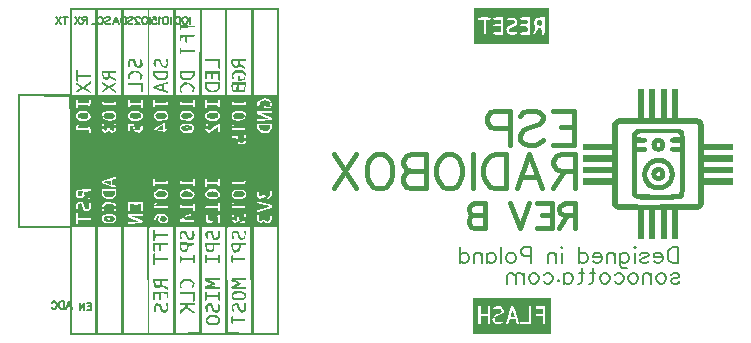
<source format=gbo>
G04 Layer: BottomSilkscreenLayer*
G04 EasyEDA v6.5.5, 2022-06-30 21:59:10*
G04 844943e940ba41f192d5fd3784e3f5d8,9c416354eb984020824aaf9c885bead6,10*
G04 Gerber Generator version 0.2*
G04 Scale: 100 percent, Rotated: No, Reflected: No *
G04 Dimensions in inches *
G04 leading zeros omitted , absolute positions ,3 integer and 6 decimal *
%FSLAX36Y36*%
%MOIN*%

%ADD44C,0.0060*%
%ADD46C,0.0080*%
%ADD50C,0.0157*%

%LPD*%
G36*
X2121820Y274000D02*
G01*
X2121820Y178060D01*
X2073380Y177220D01*
X2066000Y176940D01*
X2060120Y176480D01*
X2057660Y176180D01*
X2055480Y175799D01*
X2053560Y175360D01*
X2051840Y174840D01*
X2050300Y174220D01*
X2048899Y173500D01*
X2047640Y172680D01*
X2046440Y171720D01*
X2045300Y170660D01*
X2043060Y168100D01*
X2040640Y164940D01*
X2039520Y163280D01*
X2038660Y161400D01*
X2038300Y160260D01*
X2037740Y157380D01*
X2037320Y153420D01*
X2037000Y148040D01*
X2036579Y131660D01*
X2035940Y92180D01*
X1940000Y92180D01*
X1940000Y71200D01*
X2036160Y71200D01*
X2036160Y53720D01*
X1940000Y53720D01*
X1940000Y32740D01*
X2036160Y32740D01*
X2036160Y15260D01*
X1940000Y15260D01*
X1940000Y5060D01*
X2055380Y5060D01*
X2055460Y96039D01*
X2055640Y123140D01*
X2056000Y140220D01*
X2056279Y145780D01*
X2056600Y149740D01*
X2057020Y152420D01*
X2057500Y154140D01*
X2058080Y155180D01*
X2058959Y156020D01*
X2060080Y156540D01*
X2061920Y157000D01*
X2064720Y157380D01*
X2068760Y157700D01*
X2074300Y157960D01*
X2090940Y158320D01*
X2116740Y158520D01*
X2171060Y158620D01*
X2262040Y158540D01*
X2289140Y158360D01*
X2306220Y158000D01*
X2311780Y157720D01*
X2315740Y157400D01*
X2318420Y156980D01*
X2320140Y156500D01*
X2320980Y156080D01*
X2321560Y155600D01*
X2322020Y155040D01*
X2322540Y153920D01*
X2323000Y152080D01*
X2323380Y149280D01*
X2323700Y145240D01*
X2323960Y139700D01*
X2324320Y123059D01*
X2324520Y97260D01*
X2324620Y48900D01*
X2324540Y-52060D01*
X2324320Y-77780D01*
X2324160Y-86840D01*
X2323940Y-93780D01*
X2323660Y-98900D01*
X2323300Y-102520D01*
X2322880Y-104940D01*
X2322360Y-106460D01*
X2321760Y-107380D01*
X2321240Y-107880D01*
X2320260Y-108420D01*
X2318620Y-108880D01*
X2316080Y-109280D01*
X2312380Y-109620D01*
X2307240Y-109900D01*
X2300400Y-110120D01*
X2280580Y-110399D01*
X2250800Y-110559D01*
X2141080Y-110600D01*
X2106460Y-110500D01*
X2083400Y-110239D01*
X2075440Y-110060D01*
X2069440Y-109800D01*
X2065120Y-109480D01*
X2062140Y-109100D01*
X2060220Y-108620D01*
X2059540Y-108360D01*
X2058620Y-107760D01*
X2058120Y-107240D01*
X2057580Y-106240D01*
X2057120Y-104620D01*
X2056720Y-102080D01*
X2056380Y-98379D01*
X2056100Y-93240D01*
X2055880Y-86400D01*
X2055600Y-66580D01*
X2055440Y-36800D01*
X2055380Y5060D01*
X1940000Y5060D01*
X1940000Y-5719D01*
X2036160Y-5719D01*
X2036160Y-23200D01*
X1940000Y-23200D01*
X1940000Y-44180D01*
X2035940Y-44180D01*
X2036780Y-92899D01*
X2037000Y-100040D01*
X2037320Y-105420D01*
X2037740Y-109380D01*
X2038300Y-112260D01*
X2039060Y-114380D01*
X2040040Y-116120D01*
X2041879Y-118600D01*
X2044199Y-121440D01*
X2045300Y-122660D01*
X2046440Y-123720D01*
X2047640Y-124660D01*
X2048899Y-125500D01*
X2050300Y-126220D01*
X2051840Y-126840D01*
X2053560Y-127360D01*
X2055480Y-127800D01*
X2057660Y-128180D01*
X2062900Y-128740D01*
X2069500Y-129100D01*
X2077720Y-129340D01*
X2121820Y-130060D01*
X2121820Y-226000D01*
X2142800Y-226000D01*
X2142800Y-129840D01*
X2160280Y-129840D01*
X2160280Y-226000D01*
X2181260Y-226000D01*
X2181260Y-129840D01*
X2198740Y-129840D01*
X2198740Y-226000D01*
X2219720Y-226000D01*
X2219720Y-129840D01*
X2237200Y-129840D01*
X2237200Y-226000D01*
X2258180Y-226000D01*
X2258180Y-129840D01*
X2305860Y-129800D01*
X2312900Y-129680D01*
X2318120Y-129460D01*
X2321960Y-129060D01*
X2324760Y-128480D01*
X2325920Y-128100D01*
X2327920Y-127160D01*
X2329880Y-125920D01*
X2333320Y-123500D01*
X2334780Y-122380D01*
X2336080Y-121260D01*
X2337240Y-120120D01*
X2338280Y-118940D01*
X2339180Y-117660D01*
X2339960Y-116240D01*
X2340620Y-114680D01*
X2341200Y-112940D01*
X2341680Y-110980D01*
X2342080Y-108780D01*
X2342420Y-106280D01*
X2342900Y-100300D01*
X2343220Y-92820D01*
X2344060Y-44180D01*
X2440000Y-44180D01*
X2440000Y-23200D01*
X2343840Y-23200D01*
X2343840Y-5719D01*
X2440000Y-5719D01*
X2440000Y15260D01*
X2343840Y15260D01*
X2343840Y32740D01*
X2440000Y32740D01*
X2440000Y53720D01*
X2343840Y53720D01*
X2343840Y71200D01*
X2440000Y71200D01*
X2440000Y92180D01*
X2343840Y92180D01*
X2343820Y134740D01*
X2343740Y142600D01*
X2343580Y148660D01*
X2343280Y153240D01*
X2342820Y156700D01*
X2342160Y159400D01*
X2341280Y161660D01*
X2340140Y163860D01*
X2338400Y166759D01*
X2336620Y169220D01*
X2335680Y170320D01*
X2333600Y172220D01*
X2332460Y173039D01*
X2331200Y173780D01*
X2329840Y174440D01*
X2326720Y175539D01*
X2322960Y176380D01*
X2318460Y177000D01*
X2313100Y177420D01*
X2306780Y177680D01*
X2299360Y177820D01*
X2258180Y177840D01*
X2258180Y274000D01*
X2237200Y274000D01*
X2237200Y177840D01*
X2219720Y177840D01*
X2219720Y274000D01*
X2198740Y274000D01*
X2198740Y177840D01*
X2181260Y177840D01*
X2181260Y274000D01*
X2160280Y274000D01*
X2160280Y177840D01*
X2142800Y177840D01*
X2142800Y274000D01*
G37*
G36*
X2226560Y142660D02*
G01*
X2116300Y142000D01*
X2104340Y128940D01*
X2104340Y-4500D01*
X2120060Y-4500D01*
X2120060Y64220D01*
X2136180Y64280D01*
X2139240Y64460D01*
X2141980Y64760D01*
X2144420Y65199D01*
X2146540Y65760D01*
X2148360Y66460D01*
X2149900Y67300D01*
X2151140Y68260D01*
X2152080Y69380D01*
X2152760Y70620D01*
X2153160Y72020D01*
X2153280Y73580D01*
X2153220Y75140D01*
X2152980Y76500D01*
X2152540Y77660D01*
X2151860Y78660D01*
X2150940Y79480D01*
X2149720Y80140D01*
X2148180Y80680D01*
X2146300Y81080D01*
X2144020Y81359D01*
X2141320Y81560D01*
X2134580Y81700D01*
X2120060Y81700D01*
X2120060Y95680D01*
X2136840Y95719D01*
X2139980Y95840D01*
X2142740Y96060D01*
X2145140Y96380D01*
X2147180Y96800D01*
X2148900Y97320D01*
X2150320Y97980D01*
X2151420Y98740D01*
X2152260Y99640D01*
X2152840Y100680D01*
X2153160Y101840D01*
X2153260Y103180D01*
X2153180Y104980D01*
X2152980Y106540D01*
X2152600Y107880D01*
X2152000Y109000D01*
X2151160Y109940D01*
X2150020Y110700D01*
X2148560Y111320D01*
X2146720Y111820D01*
X2144500Y112200D01*
X2141820Y112500D01*
X2126640Y113340D01*
X2124000Y113620D01*
X2122180Y114000D01*
X2121020Y114560D01*
X2120400Y115300D01*
X2120120Y116300D01*
X2120060Y117579D01*
X2120280Y119380D01*
X2120880Y121260D01*
X2121760Y123020D01*
X2122820Y124400D01*
X2123440Y124880D01*
X2124360Y125300D01*
X2125640Y125680D01*
X2127420Y126000D01*
X2132740Y126480D01*
X2141100Y126820D01*
X2153220Y127020D01*
X2169860Y127120D01*
X2257980Y127140D01*
X2260700Y123260D01*
X2261760Y121500D01*
X2262620Y119600D01*
X2263220Y117780D01*
X2263420Y116260D01*
X2263340Y115360D01*
X2262980Y114640D01*
X2262280Y114100D01*
X2261140Y113699D01*
X2259440Y113440D01*
X2257120Y113260D01*
X2243260Y113000D01*
X2240440Y112780D01*
X2238040Y112440D01*
X2236000Y112000D01*
X2234320Y111420D01*
X2232960Y110719D01*
X2231900Y109860D01*
X2231120Y108840D01*
X2230600Y107640D01*
X2230300Y106280D01*
X2230220Y104700D01*
X2230280Y102920D01*
X2230500Y101380D01*
X2230900Y100060D01*
X2231540Y98960D01*
X2232420Y98059D01*
X2233600Y97320D01*
X2235120Y96740D01*
X2237000Y96320D01*
X2239300Y96020D01*
X2242020Y95820D01*
X2248920Y95680D01*
X2263420Y95680D01*
X2263420Y81700D01*
X2245300Y81660D01*
X2242180Y81560D01*
X2239480Y81359D01*
X2237200Y81080D01*
X2235320Y80680D01*
X2233780Y80140D01*
X2232560Y79480D01*
X2231640Y78660D01*
X2230960Y77660D01*
X2230520Y76500D01*
X2230280Y75140D01*
X2230220Y73580D01*
X2230340Y72020D01*
X2230740Y70620D01*
X2231420Y69360D01*
X2232360Y68260D01*
X2233600Y67280D01*
X2235140Y66460D01*
X2236960Y65760D01*
X2239100Y65199D01*
X2241540Y64760D01*
X2244280Y64460D01*
X2247360Y64280D01*
X2263540Y64220D01*
X2262920Y-22300D01*
X2262700Y-40740D01*
X2262440Y-54400D01*
X2262080Y-64020D01*
X2261600Y-70260D01*
X2261300Y-72360D01*
X2260980Y-73860D01*
X2260600Y-74880D01*
X2260160Y-75500D01*
X2259600Y-75820D01*
X2258220Y-76080D01*
X2255980Y-76320D01*
X2249180Y-76720D01*
X2239740Y-77020D01*
X2228240Y-77260D01*
X2201260Y-77460D01*
X2169220Y-77300D01*
X2156020Y-77100D01*
X2144220Y-76820D01*
X2134400Y-76480D01*
X2127120Y-76060D01*
X2122920Y-75580D01*
X2122160Y-75300D01*
X2121840Y-74700D01*
X2121560Y-73560D01*
X2121060Y-69520D01*
X2120680Y-62859D01*
X2120400Y-53320D01*
X2120100Y-24420D01*
X2120060Y-4500D01*
X2104340Y-4500D01*
X2104340Y-79020D01*
X2109740Y-85180D01*
X2111040Y-86540D01*
X2112460Y-87840D01*
X2113980Y-89060D01*
X2115560Y-90160D01*
X2117200Y-91140D01*
X2118840Y-92000D01*
X2120480Y-92680D01*
X2122640Y-93320D01*
X2126500Y-93780D01*
X2132880Y-94140D01*
X2141740Y-94400D01*
X2152980Y-94580D01*
X2178280Y-94640D01*
X2217880Y-94360D01*
X2234980Y-94120D01*
X2247880Y-93740D01*
X2252960Y-93460D01*
X2257240Y-93100D01*
X2260840Y-92640D01*
X2263800Y-92080D01*
X2266240Y-91380D01*
X2268220Y-90580D01*
X2269860Y-89600D01*
X2271220Y-88480D01*
X2272420Y-87180D01*
X2273500Y-85700D01*
X2275740Y-82120D01*
X2276560Y-80600D01*
X2277240Y-78740D01*
X2277780Y-76080D01*
X2278220Y-72200D01*
X2278540Y-66680D01*
X2278780Y-59120D01*
X2278960Y-49060D01*
X2279120Y-19780D01*
X2279120Y76980D01*
X2279000Y92020D01*
X2278780Y104179D01*
X2278440Y113780D01*
X2277920Y121199D01*
X2277200Y126760D01*
X2276740Y128960D01*
X2276240Y130800D01*
X2275660Y132360D01*
X2275020Y133680D01*
X2274280Y134780D01*
X2273480Y135740D01*
X2272600Y136560D01*
X2271640Y137300D01*
X2266640Y140340D01*
X2265520Y140820D01*
X2264220Y141220D01*
X2262600Y141580D01*
X2260580Y141880D01*
X2258040Y142120D01*
X2251060Y142460D01*
X2240840Y142620D01*
G37*
G36*
X2191060Y112320D02*
G01*
X2189080Y112260D01*
X2187160Y112000D01*
X2185260Y111600D01*
X2183440Y111039D01*
X2181680Y110340D01*
X2180000Y109480D01*
X2178400Y108500D01*
X2176880Y107400D01*
X2175460Y106160D01*
X2174140Y104820D01*
X2172940Y103379D01*
X2171860Y101840D01*
X2170900Y100200D01*
X2170080Y98480D01*
X2169400Y96700D01*
X2168880Y94820D01*
X2168500Y92899D01*
X2168280Y90920D01*
X2168257Y88620D01*
X2185040Y88620D01*
X2185160Y90160D01*
X2185640Y91679D01*
X2186580Y93140D01*
X2187640Y94120D01*
X2188960Y94940D01*
X2190400Y95480D01*
X2191740Y95680D01*
X2194120Y95280D01*
X2196020Y94200D01*
X2197360Y92600D01*
X2198160Y90660D01*
X2198340Y88520D01*
X2197860Y86380D01*
X2196700Y84420D01*
X2194800Y82760D01*
X2193280Y82060D01*
X2191780Y81820D01*
X2190320Y81980D01*
X2188940Y82520D01*
X2187720Y83340D01*
X2186680Y84420D01*
X2185860Y85700D01*
X2185300Y87120D01*
X2185040Y88620D01*
X2168257Y88620D01*
X2168380Y86800D01*
X2168720Y84700D01*
X2169240Y82560D01*
X2169960Y80399D01*
X2170980Y78060D01*
X2172120Y75920D01*
X2173420Y74000D01*
X2174880Y72300D01*
X2176480Y70800D01*
X2178260Y69500D01*
X2180180Y68420D01*
X2182280Y67520D01*
X2184540Y66840D01*
X2186980Y66360D01*
X2189600Y66060D01*
X2192400Y65960D01*
X2194980Y66000D01*
X2197120Y66180D01*
X2198960Y66520D01*
X2200620Y67100D01*
X2202200Y67940D01*
X2203820Y69140D01*
X2205620Y70720D01*
X2209700Y74800D01*
X2211260Y76600D01*
X2212460Y78220D01*
X2213320Y79780D01*
X2213900Y81400D01*
X2214260Y83200D01*
X2214440Y85300D01*
X2214480Y87780D01*
X2214380Y90380D01*
X2214120Y92840D01*
X2213660Y95160D01*
X2213020Y97360D01*
X2212200Y99400D01*
X2211200Y101320D01*
X2210020Y103100D01*
X2208660Y104740D01*
X2207100Y106240D01*
X2205380Y107600D01*
X2203460Y108820D01*
X2201360Y109920D01*
X2199280Y110800D01*
X2197200Y111460D01*
X2195140Y111940D01*
X2193080Y112220D01*
G37*
G36*
X2191740Y44980D02*
G01*
X2186620Y44900D01*
X2182440Y44600D01*
X2180580Y44360D01*
X2177120Y43600D01*
X2175400Y43060D01*
X2171820Y41620D01*
X2167660Y39660D01*
X2163220Y37220D01*
X2159140Y34560D01*
X2157220Y33140D01*
X2155400Y31660D01*
X2152040Y28540D01*
X2150480Y26880D01*
X2149020Y25160D01*
X2146360Y21560D01*
X2144080Y17720D01*
X2143060Y15700D01*
X2142140Y13640D01*
X2140540Y9320D01*
X2139880Y7080D01*
X2138840Y2400D01*
X2138440Y-20D01*
X2138140Y-2520D01*
X2137800Y-8080D01*
X2137776Y-9760D01*
X2153740Y-9760D01*
X2153800Y-7500D01*
X2154020Y-5240D01*
X2154400Y-2960D01*
X2154940Y-680D01*
X2155620Y1580D01*
X2156420Y3820D01*
X2157360Y6040D01*
X2158440Y8220D01*
X2159620Y10340D01*
X2162340Y14360D01*
X2163860Y16259D01*
X2165480Y18040D01*
X2167180Y19720D01*
X2168980Y21280D01*
X2170840Y22719D01*
X2172780Y24020D01*
X2174800Y25139D01*
X2176780Y26040D01*
X2179020Y26800D01*
X2181440Y27440D01*
X2184040Y27919D01*
X2186720Y28300D01*
X2189480Y28520D01*
X2192240Y28600D01*
X2194980Y28540D01*
X2197620Y28320D01*
X2200140Y27960D01*
X2202500Y27460D01*
X2204620Y26780D01*
X2206660Y25960D01*
X2208620Y25019D01*
X2210500Y24000D01*
X2212280Y22879D01*
X2215580Y20360D01*
X2218520Y17540D01*
X2221080Y14440D01*
X2222240Y12780D01*
X2223300Y11080D01*
X2225140Y7540D01*
X2226580Y3820D01*
X2227180Y1920D01*
X2228060Y-1980D01*
X2228560Y-5940D01*
X2228660Y-9940D01*
X2228360Y-13919D01*
X2228060Y-15900D01*
X2227140Y-19800D01*
X2226540Y-21720D01*
X2225020Y-25460D01*
X2224100Y-27280D01*
X2223080Y-29040D01*
X2221940Y-30760D01*
X2220700Y-32440D01*
X2219360Y-34040D01*
X2217920Y-35580D01*
X2216360Y-37060D01*
X2214700Y-38460D01*
X2212920Y-39800D01*
X2210580Y-41380D01*
X2208500Y-42619D01*
X2206500Y-43560D01*
X2204440Y-44220D01*
X2202100Y-44640D01*
X2199340Y-44900D01*
X2191740Y-45060D01*
X2184160Y-44900D01*
X2181380Y-44640D01*
X2179040Y-44200D01*
X2176960Y-43540D01*
X2174960Y-42600D01*
X2172880Y-41360D01*
X2170500Y-39740D01*
X2168440Y-38180D01*
X2166480Y-36460D01*
X2164620Y-34620D01*
X2162860Y-32660D01*
X2161240Y-30580D01*
X2159760Y-28400D01*
X2158420Y-26140D01*
X2157220Y-23820D01*
X2156180Y-21440D01*
X2155320Y-19020D01*
X2154620Y-16580D01*
X2154100Y-14120D01*
X2153840Y-11960D01*
X2153740Y-9760D01*
X2137776Y-9760D01*
X2137840Y-13779D01*
X2138060Y-16480D01*
X2138380Y-19080D01*
X2138840Y-21620D01*
X2139440Y-24060D01*
X2140160Y-26440D01*
X2141000Y-28780D01*
X2142000Y-31060D01*
X2143140Y-33300D01*
X2144420Y-35500D01*
X2145840Y-37700D01*
X2147420Y-39880D01*
X2151040Y-44220D01*
X2154580Y-47960D01*
X2158100Y-51200D01*
X2161620Y-53980D01*
X2165220Y-56320D01*
X2167060Y-57340D01*
X2168940Y-58259D01*
X2170860Y-59080D01*
X2172820Y-59800D01*
X2176900Y-60960D01*
X2181240Y-61760D01*
X2185880Y-62260D01*
X2190880Y-62420D01*
X2193860Y-62400D01*
X2199400Y-62080D01*
X2201980Y-61760D01*
X2204460Y-61340D01*
X2206840Y-60820D01*
X2209140Y-60180D01*
X2211360Y-59420D01*
X2213540Y-58540D01*
X2215680Y-57520D01*
X2217780Y-56360D01*
X2219880Y-55080D01*
X2221980Y-53640D01*
X2224080Y-52060D01*
X2228380Y-48420D01*
X2231660Y-45180D01*
X2233180Y-43480D01*
X2235940Y-39960D01*
X2237200Y-38140D01*
X2239440Y-34360D01*
X2241320Y-30480D01*
X2242880Y-26460D01*
X2243540Y-24420D01*
X2244580Y-20299D01*
X2245300Y-16100D01*
X2245540Y-14000D01*
X2245760Y-9780D01*
X2245660Y-5540D01*
X2245220Y-1340D01*
X2244900Y760D01*
X2243980Y4880D01*
X2243420Y6919D01*
X2242040Y10940D01*
X2240360Y14840D01*
X2238360Y18620D01*
X2236060Y22240D01*
X2233460Y25680D01*
X2232060Y27340D01*
X2229000Y30480D01*
X2225660Y33400D01*
X2223900Y34760D01*
X2220120Y37300D01*
X2216060Y39540D01*
X2211820Y41560D01*
X2208160Y43019D01*
X2206440Y43580D01*
X2204720Y44020D01*
X2202960Y44360D01*
X2199100Y44780D01*
X2194460Y44960D01*
G37*
G36*
X2192060Y15060D02*
G01*
X2189760Y14940D01*
X2187420Y14540D01*
X2184980Y13839D01*
X2182380Y12840D01*
X2180080Y11760D01*
X2177980Y10480D01*
X2176060Y9040D01*
X2174340Y7460D01*
X2172820Y5719D01*
X2171500Y3860D01*
X2170400Y1880D01*
X2169500Y-200D01*
X2168820Y-2360D01*
X2168380Y-4600D01*
X2168160Y-6879D01*
X2168243Y-9780D01*
X2184880Y-9780D01*
X2185200Y-6939D01*
X2186860Y-4320D01*
X2188820Y-2920D01*
X2190940Y-2340D01*
X2193060Y-2460D01*
X2195020Y-3240D01*
X2196640Y-4540D01*
X2197780Y-6280D01*
X2198260Y-8360D01*
X2197940Y-10720D01*
X2196420Y-13480D01*
X2194120Y-15060D01*
X2191260Y-15400D01*
X2188120Y-14400D01*
X2185880Y-12400D01*
X2184880Y-9780D01*
X2168243Y-9780D01*
X2168440Y-11580D01*
X2168940Y-13939D01*
X2169700Y-16319D01*
X2170700Y-18680D01*
X2171960Y-21060D01*
X2173360Y-23200D01*
X2174860Y-25080D01*
X2176500Y-26740D01*
X2178260Y-28140D01*
X2180160Y-29320D01*
X2182180Y-30259D01*
X2184360Y-30960D01*
X2186660Y-31440D01*
X2189120Y-31680D01*
X2191720Y-31700D01*
X2194480Y-31500D01*
X2196880Y-31180D01*
X2198960Y-30760D01*
X2200800Y-30200D01*
X2202460Y-29500D01*
X2204000Y-28580D01*
X2205520Y-27440D01*
X2207080Y-26020D01*
X2208740Y-24280D01*
X2210360Y-22420D01*
X2211660Y-20760D01*
X2212660Y-19180D01*
X2213400Y-17620D01*
X2213920Y-15980D01*
X2214260Y-14160D01*
X2214420Y-12100D01*
X2214480Y-9680D01*
X2214360Y-7140D01*
X2214060Y-4680D01*
X2213580Y-2320D01*
X2212900Y-60D01*
X2212040Y2080D01*
X2211020Y4079D01*
X2209840Y5960D01*
X2208500Y7660D01*
X2207020Y9200D01*
X2205400Y10560D01*
X2203640Y11720D01*
X2201760Y12660D01*
X2199160Y13700D01*
X2196700Y14440D01*
X2194360Y14900D01*
G37*
G36*
X1578000Y543000D02*
G01*
X1578000Y508900D01*
X1591020Y508900D01*
X1591120Y509680D01*
X1591420Y510360D01*
X1591960Y510940D01*
X1592780Y511440D01*
X1593920Y511860D01*
X1595400Y512200D01*
X1597260Y512480D01*
X1602240Y512819D01*
X1609120Y512980D01*
X1619120Y512960D01*
X1623860Y512819D01*
X1627660Y512600D01*
X1630580Y512260D01*
X1632680Y511800D01*
X1634019Y511200D01*
X1634660Y510460D01*
X1634660Y509600D01*
X1633580Y508200D01*
X1631480Y506940D01*
X1628620Y505920D01*
X1625320Y505319D01*
X1617060Y504480D01*
X1617040Y475460D01*
X1616900Y467920D01*
X1616560Y462500D01*
X1616169Y459820D01*
X1640500Y459820D01*
X1640660Y460880D01*
X1641160Y461760D01*
X1642020Y462480D01*
X1643320Y463020D01*
X1645080Y463440D01*
X1647340Y463700D01*
X1650140Y463860D01*
X1666540Y463920D01*
X1666540Y483000D01*
X1653300Y483000D01*
X1650280Y483080D01*
X1647700Y483280D01*
X1645520Y483600D01*
X1643760Y484020D01*
X1642420Y484540D01*
X1641500Y485100D01*
X1640980Y485720D01*
X1640880Y486380D01*
X1641160Y487040D01*
X1641860Y487700D01*
X1642960Y488340D01*
X1644460Y488960D01*
X1646339Y489500D01*
X1648640Y489980D01*
X1651320Y490360D01*
X1658040Y490940D01*
X1660900Y491300D01*
X1663040Y491760D01*
X1664560Y492420D01*
X1665580Y493340D01*
X1666180Y494560D01*
X1666459Y496140D01*
X1666540Y498160D01*
X1666480Y500220D01*
X1666200Y501800D01*
X1665600Y502980D01*
X1664560Y503800D01*
X1662940Y504340D01*
X1660640Y504640D01*
X1657540Y504780D01*
X1650140Y504860D01*
X1647340Y505020D01*
X1645080Y505300D01*
X1643320Y505700D01*
X1642020Y506260D01*
X1641160Y506960D01*
X1640660Y507840D01*
X1640500Y508900D01*
X1640680Y510000D01*
X1641279Y510900D01*
X1642340Y511620D01*
X1643980Y512160D01*
X1646220Y512560D01*
X1649160Y512819D01*
X1652880Y512960D01*
X1674360Y513000D01*
X1674360Y472340D01*
X1684920Y472340D01*
X1684940Y474400D01*
X1685160Y476400D01*
X1685600Y478260D01*
X1686240Y479920D01*
X1687100Y481380D01*
X1688180Y482560D01*
X1689060Y483240D01*
X1691840Y484820D01*
X1695540Y486580D01*
X1699720Y488280D01*
X1704420Y490000D01*
X1706579Y490959D01*
X1708340Y491960D01*
X1709760Y493020D01*
X1710820Y494120D01*
X1711560Y495319D01*
X1711980Y496599D01*
X1712120Y498020D01*
X1712020Y499600D01*
X1711680Y500840D01*
X1711020Y501780D01*
X1709920Y502460D01*
X1708320Y502920D01*
X1706140Y503180D01*
X1703280Y503280D01*
X1696260Y503280D01*
X1693520Y503380D01*
X1691399Y503620D01*
X1689840Y504000D01*
X1688760Y504540D01*
X1688120Y505280D01*
X1687860Y506200D01*
X1687960Y507360D01*
X1688580Y508780D01*
X1689840Y509980D01*
X1691639Y510940D01*
X1693860Y511700D01*
X1696440Y512200D01*
X1699240Y512480D01*
X1702180Y512520D01*
X1705140Y512299D01*
X1708060Y511840D01*
X1710800Y511100D01*
X1713260Y510120D01*
X1715360Y508840D01*
X1716940Y507540D01*
X1718240Y506140D01*
X1719300Y504640D01*
X1720140Y503080D01*
X1720720Y501460D01*
X1721080Y499799D01*
X1721220Y498120D01*
X1721160Y496440D01*
X1720860Y494760D01*
X1720380Y493100D01*
X1719680Y491480D01*
X1718800Y489920D01*
X1717720Y488420D01*
X1716459Y487000D01*
X1715020Y485700D01*
X1713400Y484500D01*
X1711620Y483420D01*
X1709680Y482520D01*
X1707600Y481760D01*
X1702140Y480319D01*
X1699400Y479180D01*
X1697180Y477819D01*
X1695480Y476220D01*
X1694319Y474420D01*
X1693720Y472460D01*
X1693680Y470319D01*
X1694240Y468040D01*
X1694840Y466740D01*
X1695620Y465720D01*
X1696680Y464960D01*
X1698080Y464460D01*
X1699900Y464180D01*
X1702200Y464120D01*
X1705080Y464260D01*
X1711720Y464840D01*
X1714360Y464960D01*
X1716540Y464920D01*
X1718280Y464739D01*
X1719600Y464420D01*
X1720520Y463920D01*
X1721060Y463260D01*
X1721220Y462440D01*
X1720940Y461000D01*
X1720120Y459720D01*
X1718839Y458600D01*
X1718261Y458280D01*
X1729620Y458280D01*
X1729680Y459140D01*
X1731040Y460540D01*
X1733980Y461800D01*
X1738060Y462780D01*
X1742920Y463380D01*
X1746879Y463680D01*
X1749880Y464020D01*
X1752020Y464540D01*
X1753500Y465319D01*
X1754400Y466520D01*
X1754860Y468220D01*
X1755060Y470540D01*
X1755060Y476680D01*
X1754880Y479000D01*
X1754440Y480680D01*
X1753580Y481800D01*
X1752180Y482480D01*
X1750100Y482840D01*
X1747200Y482980D01*
X1743360Y483000D01*
X1737880Y483220D01*
X1734240Y483900D01*
X1732260Y485180D01*
X1731639Y487100D01*
X1732260Y489000D01*
X1734240Y490280D01*
X1737880Y490959D01*
X1743360Y491180D01*
X1746940Y491220D01*
X1749700Y491360D01*
X1751780Y491680D01*
X1753240Y492239D01*
X1754199Y493060D01*
X1754760Y494240D01*
X1755020Y495820D01*
X1755080Y497860D01*
X1755000Y499860D01*
X1754720Y501460D01*
X1754120Y502660D01*
X1753100Y503579D01*
X1751579Y504240D01*
X1749440Y504700D01*
X1746579Y505060D01*
X1742920Y505360D01*
X1738060Y505940D01*
X1733980Y506940D01*
X1731040Y508200D01*
X1729680Y509600D01*
X1729620Y510460D01*
X1730100Y511180D01*
X1731100Y511760D01*
X1732720Y512239D01*
X1734940Y512580D01*
X1737840Y512819D01*
X1741420Y512960D01*
X1762900Y513000D01*
X1762900Y457680D01*
X1772280Y457680D01*
X1772680Y459280D01*
X1773580Y461580D01*
X1774980Y464700D01*
X1778760Y472640D01*
X1780120Y475780D01*
X1781040Y478340D01*
X1781519Y480439D01*
X1781600Y482220D01*
X1781279Y483820D01*
X1780600Y485360D01*
X1777920Y489700D01*
X1776800Y492380D01*
X1776220Y495000D01*
X1776140Y497600D01*
X1776600Y500140D01*
X1777580Y502660D01*
X1779100Y505120D01*
X1781120Y507540D01*
X1782620Y508920D01*
X1784240Y510080D01*
X1786060Y511019D01*
X1788100Y511780D01*
X1790400Y512320D01*
X1793020Y512720D01*
X1795980Y512939D01*
X1812380Y513000D01*
X1812360Y478160D01*
X1812240Y468579D01*
X1811900Y462180D01*
X1811600Y459980D01*
X1811200Y458360D01*
X1810680Y457200D01*
X1810040Y456440D01*
X1809240Y455980D01*
X1808300Y455780D01*
X1807160Y455720D01*
X1805700Y455820D01*
X1804520Y456160D01*
X1803620Y456780D01*
X1802940Y457780D01*
X1802460Y459200D01*
X1802160Y461100D01*
X1802000Y463560D01*
X1801920Y469880D01*
X1801759Y472400D01*
X1801440Y474320D01*
X1800920Y475700D01*
X1800140Y476640D01*
X1799079Y477200D01*
X1797660Y477480D01*
X1795840Y477540D01*
X1794199Y477420D01*
X1792700Y477000D01*
X1791320Y476260D01*
X1790040Y475180D01*
X1788800Y473700D01*
X1787560Y471820D01*
X1786320Y469460D01*
X1783880Y464140D01*
X1782700Y461960D01*
X1781500Y460080D01*
X1780300Y458540D01*
X1779079Y457320D01*
X1777860Y456440D01*
X1776660Y455900D01*
X1775480Y455720D01*
X1774000Y455780D01*
X1772960Y456060D01*
X1772380Y456640D01*
X1772280Y457680D01*
X1762900Y457680D01*
X1762900Y455720D01*
X1741420Y455780D01*
X1737840Y455900D01*
X1734940Y456140D01*
X1732720Y456500D01*
X1731100Y456960D01*
X1730100Y457560D01*
X1729620Y458280D01*
X1718261Y458280D01*
X1717140Y457660D01*
X1715120Y456880D01*
X1712820Y456280D01*
X1710320Y455860D01*
X1707660Y455620D01*
X1704940Y455580D01*
X1702200Y455720D01*
X1699500Y456040D01*
X1696920Y456580D01*
X1694540Y457299D01*
X1692380Y458240D01*
X1690540Y459360D01*
X1689079Y460720D01*
X1687880Y462320D01*
X1686900Y464120D01*
X1686100Y466060D01*
X1685500Y468120D01*
X1685100Y470220D01*
X1684920Y472340D01*
X1674360Y472340D01*
X1674360Y455720D01*
X1652880Y455780D01*
X1649160Y455920D01*
X1646220Y456180D01*
X1643980Y456560D01*
X1642340Y457120D01*
X1641279Y457819D01*
X1640680Y458720D01*
X1640500Y459820D01*
X1616169Y459820D01*
X1615980Y458860D01*
X1615580Y457640D01*
X1615100Y456740D01*
X1614540Y456160D01*
X1613899Y455820D01*
X1613160Y455720D01*
X1612400Y455820D01*
X1611759Y456160D01*
X1611200Y456760D01*
X1610720Y457640D01*
X1610340Y458880D01*
X1610000Y460500D01*
X1609560Y465020D01*
X1609319Y471520D01*
X1609259Y475580D01*
X1609259Y504820D01*
X1600140Y504820D01*
X1596020Y505060D01*
X1593200Y505800D01*
X1591540Y507060D01*
X1591020Y508900D01*
X1578000Y508900D01*
X1578000Y423000D01*
X1828000Y423000D01*
X1828000Y543000D01*
G37*
G36*
X1797000Y504540D02*
G01*
X1794800Y504320D01*
X1791399Y503579D01*
X1789040Y502180D01*
X1787540Y500020D01*
X1786759Y496940D01*
X1786639Y494500D01*
X1786960Y492299D01*
X1787720Y490400D01*
X1788899Y488800D01*
X1790460Y487520D01*
X1792420Y486580D01*
X1794740Y485980D01*
X1797400Y485780D01*
X1799580Y486220D01*
X1801000Y487800D01*
X1801740Y490780D01*
X1801960Y495460D01*
X1801920Y498459D01*
X1801780Y500740D01*
X1801440Y502420D01*
X1800860Y503560D01*
X1799980Y504240D01*
X1798720Y504540D01*
G37*
G36*
X1574920Y-421000D02*
G01*
X1574920Y-450100D01*
X1600360Y-450100D01*
X1600360Y-475540D01*
X1622180Y-475540D01*
X1622180Y-450100D01*
X1629460Y-450100D01*
X1629460Y-492239D01*
X1636819Y-492239D01*
X1641759Y-484799D01*
X1642880Y-483280D01*
X1644220Y-481820D01*
X1645680Y-480420D01*
X1647240Y-479159D01*
X1648860Y-478060D01*
X1650480Y-477160D01*
X1652060Y-476480D01*
X1656519Y-475280D01*
X1659620Y-474120D01*
X1662480Y-472720D01*
X1664700Y-471260D01*
X1669019Y-467740D01*
X1665040Y-457360D01*
X1639940Y-457360D01*
X1642180Y-453720D01*
X1643880Y-452320D01*
X1646840Y-451160D01*
X1650640Y-450379D01*
X1654860Y-450100D01*
X1665300Y-450100D01*
X1671200Y-455980D01*
X1673400Y-458740D01*
X1675040Y-461880D01*
X1675960Y-465040D01*
X1676000Y-467800D01*
X1674920Y-473720D01*
X1647640Y-487060D01*
X1647640Y-501560D01*
X1663440Y-500720D01*
X1669680Y-500540D01*
X1671980Y-500580D01*
X1673740Y-500720D01*
X1675000Y-500940D01*
X1675780Y-501260D01*
X1676080Y-501700D01*
X1675960Y-502260D01*
X1675400Y-502920D01*
X1674440Y-503720D01*
X1673100Y-504640D01*
X1671800Y-505340D01*
X1670200Y-506000D01*
X1668360Y-506620D01*
X1666360Y-507140D01*
X1664240Y-507580D01*
X1662080Y-507920D01*
X1659920Y-508140D01*
X1657840Y-508220D01*
X1648060Y-508280D01*
X1683160Y-508280D01*
X1699740Y-450100D01*
X1706540Y-450140D01*
X1707320Y-450280D01*
X1708020Y-450540D01*
X1708700Y-451000D01*
X1709360Y-451700D01*
X1710020Y-452680D01*
X1711440Y-455720D01*
X1713200Y-460500D01*
X1715440Y-467420D01*
X1721100Y-485840D01*
X1722820Y-491900D01*
X1724240Y-497280D01*
X1725280Y-501800D01*
X1725900Y-505160D01*
X1726040Y-506340D01*
X1726040Y-507160D01*
X1725920Y-507580D01*
X1724740Y-508200D01*
X1723340Y-508100D01*
X1721819Y-507420D01*
X1720300Y-506240D01*
X1718920Y-504700D01*
X1717780Y-502900D01*
X1717020Y-500959D01*
X1716720Y-498960D01*
X1716720Y-493720D01*
X1695400Y-493720D01*
X1693100Y-501000D01*
X1691900Y-503820D01*
X1690340Y-506140D01*
X1688640Y-507700D01*
X1686960Y-508280D01*
X1731279Y-508280D01*
X1731279Y-501000D01*
X1760360Y-501000D01*
X1760360Y-450100D01*
X1767640Y-450100D01*
X1767640Y-475540D01*
X1807640Y-475540D01*
X1807640Y-457360D01*
X1782180Y-457360D01*
X1782180Y-450100D01*
X1814920Y-450100D01*
X1814920Y-508280D01*
X1807640Y-508280D01*
X1807640Y-482819D01*
X1796940Y-482819D01*
X1792620Y-482540D01*
X1788720Y-481740D01*
X1785720Y-480600D01*
X1784000Y-479180D01*
X1781759Y-475540D01*
X1767640Y-475540D01*
X1767640Y-508280D01*
X1648060Y-508280D01*
X1636819Y-492239D01*
X1629460Y-492239D01*
X1629460Y-508280D01*
X1622180Y-508280D01*
X1622180Y-482819D01*
X1600360Y-482819D01*
X1600360Y-508280D01*
X1589460Y-508280D01*
X1589460Y-450100D01*
X1574920Y-450100D01*
X1574920Y-541000D01*
X1833100Y-541000D01*
X1833100Y-421000D01*
G37*
G36*
X1705020Y-462819D02*
G01*
X1702040Y-470100D01*
X1700860Y-473280D01*
X1699860Y-476560D01*
X1699139Y-479580D01*
X1698800Y-481900D01*
X1698540Y-486460D01*
X1708620Y-486420D01*
X1710640Y-486240D01*
X1711960Y-485740D01*
X1712600Y-484760D01*
X1712580Y-483160D01*
X1711960Y-480780D01*
X1710780Y-477460D01*
G37*
G36*
X229740Y545040D02*
G01*
X229740Y538500D01*
X920400Y538500D01*
X920400Y253720D01*
X841840Y253720D01*
X841840Y538500D01*
X832020Y538500D01*
X832020Y253720D01*
X753460Y253720D01*
X753460Y538500D01*
X746919Y538500D01*
X746919Y253720D01*
X668360Y253720D01*
X668360Y538500D01*
X661680Y538500D01*
X660939Y253720D01*
X583260Y253720D01*
X583260Y538500D01*
X573440Y538500D01*
X573440Y253720D01*
X494880Y253720D01*
X494880Y538500D01*
X488340Y538500D01*
X488340Y253720D01*
X409780Y253720D01*
X409780Y538500D01*
X399960Y538500D01*
X399960Y253720D01*
X324660Y253720D01*
X324660Y538500D01*
X314840Y538500D01*
X314840Y253720D01*
X236280Y253720D01*
X236280Y538500D01*
X229740Y538500D01*
X229740Y257000D01*
X56260Y257000D01*
X56260Y250560D01*
X62800Y250560D01*
X228100Y248820D01*
X228138Y239000D01*
X337960Y239000D01*
X344640Y227540D01*
X376719Y227540D01*
X383380Y239000D01*
X383348Y237360D01*
X429420Y237360D01*
X429420Y227540D01*
X465420Y227540D01*
X465420Y237360D01*
X471960Y237360D01*
X471960Y214840D01*
X507980Y214840D01*
X507980Y237360D01*
X514520Y237360D01*
X514520Y227540D01*
X550200Y227540D01*
X556860Y239000D01*
X770040Y239000D01*
X776700Y227540D01*
X808780Y227540D01*
X815460Y239000D01*
X815143Y222320D01*
X854940Y222320D01*
X854940Y229800D01*
X860660Y234840D01*
X863439Y236940D01*
X866740Y239000D01*
X870180Y240760D01*
X873319Y241960D01*
X880260Y244080D01*
X897099Y237680D01*
X904400Y224020D01*
X900320Y211180D01*
X877840Y211180D01*
X878600Y225900D01*
X881680Y214060D01*
X895860Y216080D01*
X895860Y232160D01*
X879479Y236180D01*
X863120Y232020D01*
X861060Y211060D01*
X858000Y212940D01*
X856800Y214259D01*
X855840Y216480D01*
X855180Y219259D01*
X854940Y222320D01*
X815143Y222320D01*
X814900Y209540D01*
X811900Y221000D01*
X773580Y221000D01*
X770600Y209540D01*
X770040Y239000D01*
X596540Y239000D01*
X603220Y227540D01*
X638900Y227540D01*
X638900Y237360D01*
X688000Y237360D01*
X688000Y227540D01*
X724000Y227540D01*
X724000Y237360D01*
X730560Y237360D01*
X730340Y209540D01*
X721640Y221000D01*
X688000Y221000D01*
X688000Y211180D01*
X681460Y211180D01*
X681460Y237360D01*
X645440Y237360D01*
X645440Y214840D01*
X638900Y210780D01*
X638900Y221000D01*
X600100Y221000D01*
X597100Y209540D01*
X596540Y239000D01*
X556860Y239000D01*
X556300Y209540D01*
X553320Y221000D01*
X514520Y221000D01*
X514520Y210780D01*
X507980Y214840D01*
X471960Y214840D01*
X471960Y211180D01*
X465420Y211180D01*
X465420Y221000D01*
X431780Y221000D01*
X423080Y209540D01*
X422860Y237360D01*
X383348Y237360D01*
X382819Y209540D01*
X379840Y221000D01*
X341520Y221000D01*
X338519Y209540D01*
X337960Y239000D01*
X228138Y239000D01*
X228144Y237360D01*
X255920Y237360D01*
X255920Y227540D01*
X291940Y227540D01*
X291940Y237360D01*
X298480Y237360D01*
X298280Y209540D01*
X289580Y221000D01*
X255920Y221000D01*
X255920Y211180D01*
X249380Y211180D01*
X249380Y237360D01*
X228144Y237360D01*
X228373Y178820D01*
X249380Y178820D01*
X249380Y191160D01*
X263940Y201360D01*
X287640Y201360D01*
X293060Y195360D01*
X293811Y194380D01*
X337380Y194380D01*
X343900Y197860D01*
X345439Y198560D01*
X347299Y199220D01*
X349440Y199820D01*
X354180Y200760D01*
X356659Y201080D01*
X359120Y201280D01*
X361460Y201360D01*
X372520Y201360D01*
X384140Y192840D01*
X382531Y178820D01*
X422860Y178820D01*
X422860Y190520D01*
X434840Y201360D01*
X457420Y201360D01*
X471960Y191160D01*
X471960Y184920D01*
X508380Y184920D01*
X508519Y186360D01*
X509020Y187840D01*
X509880Y189400D01*
X511079Y191040D01*
X512620Y192840D01*
X521060Y201360D01*
X546780Y201360D01*
X551920Y196220D01*
X553820Y193980D01*
X555280Y191560D01*
X556260Y189000D01*
X556780Y186360D01*
X556840Y183640D01*
X596580Y183640D01*
X596620Y186360D01*
X597160Y189000D01*
X598140Y191560D01*
X599580Y193980D01*
X601500Y196220D01*
X606640Y201360D01*
X632360Y201360D01*
X640800Y192840D01*
X642340Y191040D01*
X643540Y189400D01*
X644400Y187840D01*
X644880Y186360D01*
X645040Y184920D01*
X644840Y183460D01*
X644280Y181960D01*
X643360Y180380D01*
X642203Y178820D01*
X681460Y178820D01*
X681460Y191160D01*
X696000Y201360D01*
X719720Y201360D01*
X725140Y195360D01*
X725891Y194380D01*
X769440Y194380D01*
X775980Y197860D01*
X777500Y198560D01*
X779380Y199220D01*
X781500Y199820D01*
X786260Y200760D01*
X788740Y201080D01*
X791180Y201280D01*
X793540Y201360D01*
X904040Y201360D01*
X904040Y194800D01*
X866400Y194200D01*
X904220Y177360D01*
X901880Y170260D01*
X854940Y168340D01*
X854940Y175159D01*
X892580Y175780D01*
X854940Y192540D01*
X854940Y201360D01*
X804580Y201360D01*
X816220Y192840D01*
X814020Y173540D01*
X789280Y167420D01*
X771460Y173640D01*
X769440Y194380D01*
X725891Y194380D01*
X727240Y192620D01*
X728960Y189579D01*
X730120Y186620D01*
X730560Y184100D01*
X730560Y178820D01*
X716000Y168619D01*
X696000Y168619D01*
X681460Y178820D01*
X642203Y178820D01*
X640480Y176820D01*
X631580Y167860D01*
X602080Y171180D01*
X599260Y175640D01*
X597880Y178240D01*
X597000Y180920D01*
X596580Y183640D01*
X556840Y183640D01*
X556420Y180920D01*
X555540Y178240D01*
X554160Y175640D01*
X551340Y171180D01*
X521820Y167860D01*
X512920Y176820D01*
X511320Y178680D01*
X510040Y180380D01*
X509140Y181960D01*
X508579Y183460D01*
X508380Y184920D01*
X471960Y184920D01*
X471960Y178820D01*
X457420Y168619D01*
X437420Y168619D01*
X422860Y178820D01*
X382531Y178820D01*
X381940Y173660D01*
X364120Y167420D01*
X339400Y173540D01*
X337380Y194380D01*
X293811Y194380D01*
X295160Y192620D01*
X296880Y189579D01*
X298060Y186620D01*
X298480Y184100D01*
X298480Y178820D01*
X283940Y168619D01*
X263940Y168619D01*
X249380Y178820D01*
X228373Y178820D01*
X228449Y159220D01*
X422860Y159220D01*
X444120Y157160D01*
X447480Y137520D01*
X463780Y137520D01*
X465840Y158920D01*
X468900Y157040D01*
X470100Y155700D01*
X471060Y153500D01*
X471719Y150720D01*
X471960Y147660D01*
X471960Y140180D01*
X469015Y137520D01*
X506340Y137520D01*
X520700Y148240D01*
X526480Y152260D01*
X532040Y155800D01*
X537060Y158700D01*
X541260Y160799D01*
X542960Y161500D01*
X544360Y161920D01*
X545400Y162079D01*
X546120Y161200D01*
X546700Y158780D01*
X547100Y155220D01*
X547240Y150860D01*
X547240Y139640D01*
X558700Y136640D01*
X550865Y136120D01*
X596340Y136120D01*
X596340Y150940D01*
X604200Y158800D01*
X622920Y158700D01*
X626300Y158540D01*
X629260Y158280D01*
X631840Y157900D01*
X634080Y157360D01*
X636000Y156680D01*
X637660Y155840D01*
X639060Y154800D01*
X640260Y153580D01*
X641300Y152120D01*
X642200Y150460D01*
X644960Y143180D01*
X642853Y140180D01*
X681460Y140180D01*
X681720Y145400D01*
X681960Y148060D01*
X682400Y150560D01*
X683000Y152840D01*
X683760Y154820D01*
X684640Y156480D01*
X685600Y157720D01*
X686640Y158520D01*
X687700Y158800D01*
X690140Y158800D01*
X687400Y140100D01*
X697380Y136260D01*
X714400Y149760D01*
X719820Y153780D01*
X724300Y156820D01*
X726020Y157880D01*
X727320Y158540D01*
X728100Y158760D01*
X904040Y158800D01*
X904040Y143900D01*
X893840Y129340D01*
X865120Y129340D01*
X854940Y143900D01*
X854940Y158800D01*
X730560Y158800D01*
X730560Y139160D01*
X769840Y139160D01*
X769840Y155520D01*
X777080Y155520D01*
X773319Y145700D01*
X811900Y145700D01*
X814900Y157160D01*
X814900Y127700D01*
X811900Y139160D01*
X730560Y139160D01*
X730560Y128960D01*
X724000Y133000D01*
X724000Y149380D01*
X694599Y128280D01*
X681460Y140180D01*
X642853Y140180D01*
X635260Y129340D01*
X609020Y129340D01*
X596340Y136120D01*
X550865Y136120D01*
X547240Y135880D01*
X547040Y124440D01*
X538640Y135480D01*
X506340Y137520D01*
X469015Y137520D01*
X459140Y128560D01*
X442299Y132800D01*
X438420Y152260D01*
X429420Y152260D01*
X429420Y136280D01*
X422860Y132220D01*
X422860Y159220D01*
X228449Y159220D01*
X228451Y158800D01*
X343400Y158800D01*
X340500Y143680D01*
X350740Y135180D01*
X358320Y153900D01*
X362580Y137520D01*
X376800Y135460D01*
X380920Y151880D01*
X376659Y158800D01*
X383980Y158800D01*
X381940Y134920D01*
X370520Y127760D01*
X358600Y135180D01*
X347239Y128820D01*
X337760Y136700D01*
X337760Y158800D01*
X228451Y158800D01*
X228528Y139160D01*
X249380Y139160D01*
X249640Y143260D01*
X249920Y145700D01*
X250400Y148000D01*
X251060Y150080D01*
X251860Y151900D01*
X252800Y153400D01*
X253840Y154560D01*
X254940Y155280D01*
X256100Y155520D01*
X259000Y155520D01*
X255219Y145700D01*
X289580Y145700D01*
X298280Y157160D01*
X298480Y129340D01*
X291940Y129340D01*
X291940Y139160D01*
X228528Y139160D01*
X228617Y116260D01*
X789040Y116260D01*
X791100Y98240D01*
X806740Y96039D01*
X812440Y104800D01*
X808980Y119520D01*
X815660Y119520D01*
X815660Y97920D01*
X811720Y94000D01*
X809640Y92460D01*
X806860Y91220D01*
X803760Y90380D01*
X800680Y90060D01*
X793540Y90060D01*
X790220Y94160D01*
X788840Y96260D01*
X787520Y98960D01*
X786420Y101920D01*
X785680Y104800D01*
X784479Y111340D01*
X774800Y111340D01*
X770600Y91700D01*
X769840Y116260D01*
X228617Y116260D01*
X229228Y-40300D01*
X337760Y-40300D01*
X337760Y-32240D01*
X367780Y-22740D01*
X378280Y-19260D01*
X383579Y-17260D01*
X383579Y-20660D01*
X383060Y-22140D01*
X381659Y-23680D01*
X379580Y-25059D01*
X377040Y-26140D01*
X370500Y-28220D01*
X370500Y-44760D01*
X377040Y-46460D01*
X378620Y-47020D01*
X507980Y-47020D01*
X507980Y-24500D01*
X514520Y-24500D01*
X514520Y-34320D01*
X550200Y-34320D01*
X556860Y-22860D01*
X770600Y-22860D01*
X773580Y-34320D01*
X808780Y-34320D01*
X815460Y-22860D01*
X814900Y-52320D01*
X811900Y-40860D01*
X773580Y-40860D01*
X770600Y-52320D01*
X770600Y-22860D01*
X596540Y-22860D01*
X603220Y-34320D01*
X638900Y-34320D01*
X638900Y-24500D01*
X688000Y-24500D01*
X688000Y-34320D01*
X724000Y-34320D01*
X724000Y-24500D01*
X730560Y-24500D01*
X730340Y-52320D01*
X721640Y-40860D01*
X688000Y-40860D01*
X688000Y-50679D01*
X681460Y-50679D01*
X681460Y-24500D01*
X645440Y-24500D01*
X645440Y-47020D01*
X638900Y-51080D01*
X638900Y-40860D01*
X600100Y-40860D01*
X597100Y-52320D01*
X596540Y-22860D01*
X556860Y-22860D01*
X556300Y-52320D01*
X553320Y-40860D01*
X514520Y-40860D01*
X514520Y-51080D01*
X507980Y-47020D01*
X378620Y-47020D01*
X379580Y-47360D01*
X381659Y-48520D01*
X383060Y-49820D01*
X383579Y-51060D01*
X383560Y-51960D01*
X383420Y-52680D01*
X383120Y-53200D01*
X382540Y-53520D01*
X381620Y-53620D01*
X380280Y-53500D01*
X378420Y-53120D01*
X372920Y-51580D01*
X364440Y-48920D01*
X337760Y-40300D01*
X229228Y-40300D01*
X229348Y-71000D01*
X248340Y-71000D01*
X248400Y-69660D01*
X248619Y-68420D01*
X249040Y-67300D01*
X249640Y-66280D01*
X250440Y-65340D01*
X251439Y-64500D01*
X252620Y-63760D01*
X254000Y-63099D01*
X255600Y-62520D01*
X257399Y-62020D01*
X261640Y-61240D01*
X266760Y-60759D01*
X272760Y-60540D01*
X383579Y-60500D01*
X383579Y-76800D01*
X508380Y-76800D01*
X508579Y-75340D01*
X509140Y-73840D01*
X510040Y-72260D01*
X511320Y-70560D01*
X512920Y-68720D01*
X521820Y-59740D01*
X551340Y-63060D01*
X554160Y-67520D01*
X555540Y-70120D01*
X556420Y-72820D01*
X556840Y-75540D01*
X596580Y-75540D01*
X597000Y-72820D01*
X597880Y-70120D01*
X599260Y-67520D01*
X602080Y-63060D01*
X631580Y-59740D01*
X640480Y-68720D01*
X642099Y-70560D01*
X643360Y-72260D01*
X644280Y-73840D01*
X644840Y-75340D01*
X645040Y-76800D01*
X644880Y-78260D01*
X644400Y-79740D01*
X643540Y-81280D01*
X642253Y-83040D01*
X681460Y-83040D01*
X681460Y-70700D01*
X696000Y-60500D01*
X716000Y-60500D01*
X730560Y-70700D01*
X730560Y-83040D01*
X725678Y-86460D01*
X769840Y-86460D01*
X769840Y-67280D01*
X776160Y-63900D01*
X777640Y-63220D01*
X779440Y-62580D01*
X781460Y-62000D01*
X783640Y-61500D01*
X785939Y-61080D01*
X790560Y-60580D01*
X792740Y-60500D01*
X794940Y-60580D01*
X799560Y-61080D01*
X804040Y-62000D01*
X806060Y-62580D01*
X807840Y-63220D01*
X809320Y-63900D01*
X815660Y-67280D01*
X815660Y-82620D01*
X854940Y-82620D01*
X854940Y-67440D01*
X861480Y-63400D01*
X861480Y-83420D01*
X871520Y-83420D01*
X877440Y-68700D01*
X877640Y-74020D01*
X878100Y-76400D01*
X879240Y-78980D01*
X880840Y-81420D01*
X882760Y-83420D01*
X887660Y-87500D01*
X897480Y-79340D01*
X897600Y-58880D01*
X900759Y-63780D01*
X902000Y-66140D01*
X903020Y-68940D01*
X903720Y-71800D01*
X903980Y-74420D01*
X904040Y-80140D01*
X890800Y-93379D01*
X878900Y-87020D01*
X864720Y-90740D01*
X854940Y-82620D01*
X815660Y-82620D01*
X815660Y-86460D01*
X809320Y-89860D01*
X807840Y-90540D01*
X806060Y-91160D01*
X804040Y-91740D01*
X799560Y-92660D01*
X797220Y-92980D01*
X794940Y-93180D01*
X792740Y-93240D01*
X790560Y-93180D01*
X788259Y-92980D01*
X785939Y-92660D01*
X783640Y-92240D01*
X781460Y-91740D01*
X779440Y-91160D01*
X777640Y-90540D01*
X776160Y-89860D01*
X769840Y-86460D01*
X725678Y-86460D01*
X716000Y-93240D01*
X696000Y-93240D01*
X681460Y-83040D01*
X642253Y-83040D01*
X640800Y-84720D01*
X632360Y-93240D01*
X606640Y-93240D01*
X601500Y-88100D01*
X599580Y-85860D01*
X598140Y-83440D01*
X597160Y-80879D01*
X596620Y-78240D01*
X596580Y-75540D01*
X556840Y-75540D01*
X556780Y-78240D01*
X556260Y-80879D01*
X555280Y-83440D01*
X553820Y-85860D01*
X551920Y-88100D01*
X546780Y-93240D01*
X521060Y-93240D01*
X512620Y-84720D01*
X511079Y-82940D01*
X509880Y-81280D01*
X509020Y-79740D01*
X508519Y-78260D01*
X508380Y-76800D01*
X383579Y-76800D01*
X383579Y-83040D01*
X369040Y-93240D01*
X352320Y-93240D01*
X337760Y-83040D01*
X337760Y-60500D01*
X298480Y-60500D01*
X298480Y-66640D01*
X277200Y-68700D01*
X277200Y-78380D01*
X287720Y-84980D01*
X291800Y-87780D01*
X295180Y-90480D01*
X297480Y-92780D01*
X298360Y-94380D01*
X298480Y-97160D01*
X275760Y-83740D01*
X271900Y-89960D01*
X256160Y-89960D01*
X251640Y-81460D01*
X249880Y-77480D01*
X249240Y-75680D01*
X248760Y-74020D01*
X248460Y-72440D01*
X248340Y-71000D01*
X229348Y-71000D01*
X229457Y-99080D01*
X854940Y-99080D01*
X859960Y-101000D01*
X866040Y-102920D01*
X875540Y-105719D01*
X904040Y-113740D01*
X904020Y-121060D01*
X877280Y-128960D01*
X867900Y-131880D01*
X860540Y-134340D01*
X854940Y-136500D01*
X854940Y-129500D01*
X871780Y-125220D01*
X877740Y-123539D01*
X883259Y-121820D01*
X887700Y-120300D01*
X895860Y-116860D01*
X854940Y-105260D01*
X854940Y-99080D01*
X229457Y-99080D01*
X229531Y-118059D01*
X249660Y-118059D01*
X249680Y-116440D01*
X250000Y-114840D01*
X250640Y-113100D01*
X251600Y-111120D01*
X256260Y-103059D01*
X271780Y-103059D01*
X279340Y-125980D01*
X291940Y-125980D01*
X291940Y-102680D01*
X298480Y-106720D01*
X298480Y-125180D01*
X289629Y-132520D01*
X337760Y-132520D01*
X337760Y-113340D01*
X348040Y-103059D01*
X471960Y-103059D01*
X471960Y-116300D01*
X509720Y-116300D01*
X510000Y-114000D01*
X510600Y-111720D01*
X511480Y-109640D01*
X512560Y-107920D01*
X513800Y-106760D01*
X515100Y-106340D01*
X518500Y-106340D01*
X514720Y-116160D01*
X553320Y-116160D01*
X556300Y-104700D01*
X556300Y-122700D01*
X596340Y-122700D01*
X596340Y-116340D01*
X596600Y-113720D01*
X597300Y-111260D01*
X598360Y-109260D01*
X599620Y-107980D01*
X602900Y-105940D01*
X602900Y-116160D01*
X638900Y-116160D01*
X638900Y-105940D01*
X645440Y-110000D01*
X645440Y-122700D01*
X681460Y-122700D01*
X681500Y-118600D01*
X681780Y-116640D01*
X682480Y-114280D01*
X683500Y-111840D01*
X684720Y-109600D01*
X687900Y-104700D01*
X688000Y-116160D01*
X724000Y-116160D01*
X724000Y-106340D01*
X730560Y-106340D01*
X730560Y-122700D01*
X769840Y-122700D01*
X769840Y-106340D01*
X777080Y-106340D01*
X773319Y-116160D01*
X811900Y-116160D01*
X814900Y-104700D01*
X814900Y-134160D01*
X811900Y-122700D01*
X730560Y-122700D01*
X730560Y-132520D01*
X724000Y-132520D01*
X724000Y-122700D01*
X645440Y-122700D01*
X645440Y-132520D01*
X638900Y-132520D01*
X638900Y-122700D01*
X556300Y-122700D01*
X556300Y-134160D01*
X553320Y-122700D01*
X511640Y-122700D01*
X510379Y-120239D01*
X509820Y-118440D01*
X509720Y-116300D01*
X471960Y-116300D01*
X471960Y-132520D01*
X465420Y-132520D01*
X465420Y-109179D01*
X447420Y-111240D01*
X443360Y-134160D01*
X442500Y-109600D01*
X429420Y-109600D01*
X429420Y-132520D01*
X422860Y-132520D01*
X422860Y-103059D01*
X359480Y-103059D01*
X361920Y-103120D01*
X364420Y-103320D01*
X366960Y-103640D01*
X369420Y-104060D01*
X371760Y-104560D01*
X373900Y-105140D01*
X375740Y-105760D01*
X377260Y-106440D01*
X383579Y-109840D01*
X383579Y-132520D01*
X377660Y-132520D01*
X381079Y-119400D01*
X372960Y-109600D01*
X348380Y-109600D01*
X340260Y-119400D01*
X343700Y-132520D01*
X289629Y-132520D01*
X288980Y-133060D01*
X277220Y-130800D01*
X265780Y-106519D01*
X255320Y-110540D01*
X258060Y-129240D01*
X255720Y-129240D01*
X254640Y-128840D01*
X253460Y-127720D01*
X252320Y-126080D01*
X251360Y-124060D01*
X250520Y-121740D01*
X249960Y-119780D01*
X249660Y-118059D01*
X229531Y-118059D01*
X229613Y-139060D01*
X255920Y-139060D01*
X255920Y-155440D01*
X298480Y-155440D01*
X298480Y-161980D01*
X255920Y-161980D01*
X255920Y-164460D01*
X337760Y-164460D01*
X337760Y-149120D01*
X344099Y-145720D01*
X345580Y-145040D01*
X347360Y-144420D01*
X349380Y-143840D01*
X353860Y-142920D01*
X356200Y-142600D01*
X358480Y-142400D01*
X360680Y-142340D01*
X471960Y-142340D01*
X471960Y-148880D01*
X434320Y-149320D01*
X458928Y-160280D01*
X509860Y-160280D01*
X510060Y-157780D01*
X510660Y-155300D01*
X511700Y-152900D01*
X513140Y-150580D01*
X514960Y-148420D01*
X517160Y-146440D01*
X522320Y-142340D01*
X546780Y-142340D01*
X551920Y-147480D01*
X553840Y-149720D01*
X555280Y-152140D01*
X556260Y-154700D01*
X556800Y-157360D01*
X556840Y-160060D01*
X556420Y-162800D01*
X555500Y-165479D01*
X553865Y-168520D01*
X596340Y-168520D01*
X596340Y-159660D01*
X629080Y-162820D01*
X629080Y-148880D01*
X625700Y-148880D01*
X623740Y-149300D01*
X620900Y-150460D01*
X617580Y-152160D01*
X610820Y-156180D01*
X607880Y-157520D01*
X605580Y-158140D01*
X604300Y-157920D01*
X604300Y-157220D01*
X605160Y-156120D01*
X606720Y-154700D01*
X608860Y-153060D01*
X611420Y-151260D01*
X614260Y-149420D01*
X620220Y-145960D01*
X623060Y-144520D01*
X625600Y-143360D01*
X627720Y-142600D01*
X629260Y-142340D01*
X632360Y-142340D01*
X632360Y-152880D01*
X682080Y-152880D01*
X682280Y-150480D01*
X682700Y-148260D01*
X683340Y-146300D01*
X684200Y-144680D01*
X685260Y-143420D01*
X686500Y-142620D01*
X687940Y-142340D01*
X690600Y-142340D01*
X689640Y-163619D01*
X702840Y-165500D01*
X716380Y-151600D01*
X718620Y-149420D01*
X722760Y-145740D01*
X724520Y-144320D01*
X726020Y-143260D01*
X727159Y-142580D01*
X727920Y-142340D01*
X730560Y-142340D01*
X730560Y-164460D01*
X769840Y-164460D01*
X769840Y-145620D01*
X775000Y-145620D01*
X774740Y-163440D01*
X786200Y-165740D01*
X786200Y-152160D01*
X789479Y-152160D01*
X790740Y-152500D01*
X791780Y-153400D01*
X792480Y-154760D01*
X793040Y-158360D01*
X793860Y-160520D01*
X795060Y-162640D01*
X796520Y-164440D01*
X800300Y-168220D01*
X813080Y-161380D01*
X809280Y-142340D01*
X815660Y-142340D01*
X815660Y-151900D01*
X815500Y-156000D01*
X815080Y-160159D01*
X814440Y-163860D01*
X814274Y-164460D01*
X854940Y-164460D01*
X854940Y-145620D01*
X861480Y-145620D01*
X861480Y-165260D01*
X871520Y-165260D01*
X877440Y-150520D01*
X877840Y-161740D01*
X890260Y-168380D01*
X898259Y-158740D01*
X895120Y-142340D01*
X897880Y-142340D01*
X899100Y-142960D01*
X900400Y-144660D01*
X901620Y-147160D01*
X902620Y-150220D01*
X904599Y-158100D01*
X897260Y-171800D01*
X881500Y-171800D01*
X877540Y-165380D01*
X865280Y-173039D01*
X854940Y-164460D01*
X814274Y-164460D01*
X813680Y-166620D01*
X811680Y-171800D01*
X796400Y-171800D01*
X792440Y-165380D01*
X780180Y-173039D01*
X769840Y-164460D01*
X730560Y-164460D01*
X730560Y-171800D01*
X724000Y-171800D01*
X724000Y-151480D01*
X700860Y-171800D01*
X688220Y-171800D01*
X684840Y-165460D01*
X683760Y-163100D01*
X682960Y-160580D01*
X682400Y-158000D01*
X682120Y-155420D01*
X682080Y-152880D01*
X632360Y-152880D01*
X632360Y-161980D01*
X642180Y-161980D01*
X642180Y-168520D01*
X637540Y-168520D01*
X635600Y-168840D01*
X633780Y-169720D01*
X632260Y-171020D01*
X631240Y-172620D01*
X629600Y-176700D01*
X629080Y-168520D01*
X553865Y-168520D01*
X551260Y-172620D01*
X533020Y-172620D01*
X524300Y-160680D01*
X528060Y-148880D01*
X524960Y-148880D01*
X523300Y-149200D01*
X521640Y-150100D01*
X519980Y-151500D01*
X518400Y-153340D01*
X516960Y-155540D01*
X515700Y-158020D01*
X514680Y-160740D01*
X513960Y-163619D01*
X512680Y-170159D01*
X510820Y-165260D01*
X510120Y-162780D01*
X509860Y-160280D01*
X458928Y-160280D01*
X472200Y-166180D01*
X469799Y-173440D01*
X422860Y-175360D01*
X422860Y-168520D01*
X460500Y-167880D01*
X422860Y-150680D01*
X422860Y-142340D01*
X360680Y-142340D01*
X362860Y-142400D01*
X365160Y-142600D01*
X367480Y-142920D01*
X369780Y-143340D01*
X371960Y-143840D01*
X373980Y-144420D01*
X375780Y-145040D01*
X377260Y-145720D01*
X383579Y-149120D01*
X383579Y-164460D01*
X373660Y-172700D01*
X347680Y-172700D01*
X337760Y-164460D01*
X255920Y-164460D01*
X255920Y-175080D01*
X249380Y-175080D01*
X249380Y-139060D01*
X229613Y-139060D01*
X229780Y-181620D01*
X62800Y-181620D01*
X62800Y250560D01*
X56260Y250560D01*
X56260Y-184680D01*
X841840Y-184680D01*
X918760Y-186520D01*
X920460Y-538400D01*
X841840Y-538400D01*
X841840Y-184680D01*
X583260Y-184680D01*
X592456Y-184899D01*
X746320Y-184899D01*
X746324Y-189320D01*
X753400Y-189320D01*
X757820Y-184899D01*
X831500Y-184899D01*
X831840Y-538620D01*
X755100Y-536760D01*
X753400Y-189320D01*
X746324Y-189320D01*
X746700Y-538400D01*
X668360Y-538400D01*
X668360Y-184899D01*
X592456Y-184899D01*
X660180Y-186520D01*
X660180Y-536760D01*
X583260Y-538620D01*
X583260Y-184680D01*
X409780Y-184680D01*
X486700Y-186520D01*
X488380Y-538400D01*
X494880Y-538400D01*
X494880Y-189259D01*
X499240Y-184899D01*
X572840Y-184899D01*
X573220Y-538400D01*
X409780Y-538400D01*
X409780Y-184680D01*
X56260Y-184680D01*
X56260Y-184899D01*
X399960Y-184899D01*
X399960Y-538400D01*
X324660Y-538400D01*
X324660Y-184899D01*
X314840Y-184899D01*
X314840Y-538400D01*
X236280Y-538400D01*
X236280Y-184899D01*
X56260Y-184899D01*
X56260Y-188160D01*
X229740Y-188160D01*
X229740Y-544960D01*
X926940Y-544960D01*
X926940Y545040D01*
G37*
G36*
X597000Y504140D02*
G01*
X597000Y461580D01*
X601540Y477939D01*
X645440Y479880D01*
X645440Y485840D01*
X601540Y487760D01*
G37*
G36*
X596340Y453400D02*
G01*
X597220Y422299D01*
X601260Y445140D01*
X612720Y447340D01*
X612720Y430860D01*
X619260Y426820D01*
X619260Y446840D01*
X641780Y446840D01*
X645840Y453400D01*
G37*
G36*
X597000Y422299D02*
G01*
X597000Y379739D01*
X601540Y396120D01*
X645440Y398040D01*
X645440Y404000D01*
X601540Y405940D01*
G37*
G36*
X463720Y374860D02*
G01*
X463780Y353720D01*
X452960Y351560D01*
X445280Y374840D01*
X426680Y374840D01*
X425040Y370740D01*
X424380Y368440D01*
X423800Y365220D01*
X423360Y361480D01*
X423120Y357660D01*
X422860Y348660D01*
X429420Y348660D01*
X429420Y368300D01*
X441560Y368300D01*
X447620Y347020D01*
X464340Y345040D01*
X472440Y354799D01*
X470319Y372700D01*
G37*
G36*
X514840Y374840D02*
G01*
X510180Y366780D01*
X509219Y364799D01*
X508579Y363060D01*
X508260Y361440D01*
X508260Y359840D01*
X508540Y358120D01*
X509120Y356160D01*
X509960Y353820D01*
X511120Y351260D01*
X512280Y349620D01*
X513360Y348860D01*
X514340Y348980D01*
X515160Y349940D01*
X515780Y351700D01*
X516180Y354260D01*
X516280Y357560D01*
X516160Y366480D01*
X526320Y368519D01*
X535800Y347020D01*
X551420Y344799D01*
X554200Y349180D01*
X554760Y350280D01*
X555280Y351719D01*
X555760Y353459D01*
X556520Y357520D01*
X556960Y361980D01*
X557060Y374840D01*
X549760Y374840D01*
X551560Y367980D01*
X552120Y364940D01*
X552300Y361780D01*
X552120Y358840D01*
X551580Y356520D01*
X549820Y351920D01*
X540800Y351920D01*
X531220Y374840D01*
G37*
G36*
X681460Y374840D02*
G01*
X681460Y368300D01*
X724000Y368300D01*
X724000Y345760D01*
X730560Y341719D01*
X730560Y374840D01*
G37*
G36*
X770920Y374840D02*
G01*
X766220Y370120D01*
X766673Y368300D01*
X789479Y368300D01*
X789479Y355900D01*
X780440Y352440D01*
X776780Y356100D01*
X775360Y357879D01*
X774180Y359960D01*
X773400Y362100D01*
X773100Y364040D01*
X773100Y368300D01*
X766673Y368300D01*
X768280Y361860D01*
X769100Y359080D01*
X770060Y356520D01*
X771160Y354200D01*
X772380Y352140D01*
X773720Y350300D01*
X775160Y348740D01*
X776680Y347440D01*
X778259Y346420D01*
X779920Y345680D01*
X781600Y345240D01*
X783319Y345080D01*
X785040Y345220D01*
X786780Y345680D01*
X788480Y346480D01*
X790180Y347580D01*
X791820Y349040D01*
X795460Y352680D01*
X803020Y347400D01*
X806040Y345379D01*
X808620Y343880D01*
X810800Y342860D01*
X812560Y342360D01*
X813940Y342340D01*
X814900Y342840D01*
X815460Y343820D01*
X815660Y345300D01*
X814880Y346940D01*
X812780Y349040D01*
X809659Y351340D01*
X805840Y353560D01*
X796020Y358640D01*
X796020Y368300D01*
X815660Y368300D01*
X815660Y374840D01*
G37*
G36*
X249380Y338840D02*
G01*
X249380Y303220D01*
X255920Y299160D01*
X255920Y315920D01*
X298480Y315920D01*
X298480Y322460D01*
X255920Y322460D01*
X255920Y338840D01*
G37*
G36*
X780480Y337040D02*
G01*
X769840Y328220D01*
X769840Y306100D01*
X776820Y306100D01*
X772560Y319500D01*
X780460Y329020D01*
X805040Y329020D01*
X813120Y319280D01*
X809320Y309380D01*
X796020Y309380D01*
X796020Y319200D01*
X789479Y319200D01*
X789479Y302440D01*
X814020Y304460D01*
X815980Y327939D01*
X805020Y337040D01*
G37*
G36*
X337380Y335560D02*
G01*
X337849Y329020D01*
X357860Y329020D01*
X355760Y314280D01*
X342660Y314280D01*
X340580Y329020D01*
X337849Y329020D01*
X339400Y307740D01*
X354480Y305600D01*
X362660Y312380D01*
X383579Y299640D01*
X383540Y307740D01*
X363940Y318880D01*
X363940Y329020D01*
X383579Y329020D01*
X383579Y335560D01*
G37*
G36*
X437420Y335560D02*
G01*
X422860Y325360D01*
X422860Y306100D01*
X429420Y306100D01*
X429420Y322600D01*
X446040Y330180D01*
X463780Y323840D01*
X463519Y306020D01*
X466920Y307140D01*
X468320Y308100D01*
X469620Y309940D01*
X470680Y312380D01*
X471340Y315160D01*
X472360Y322060D01*
X458880Y335560D01*
G37*
G36*
X507980Y335560D02*
G01*
X507980Y329020D01*
X531980Y329020D01*
X538920Y328840D01*
X542080Y328660D01*
X547360Y328100D01*
X549320Y327740D01*
X550720Y327360D01*
X551500Y326940D01*
X553560Y324880D01*
X547020Y312640D01*
X522380Y312640D01*
X518440Y316580D01*
X516920Y318440D01*
X515680Y320600D01*
X514820Y322800D01*
X514520Y324760D01*
X514520Y329020D01*
X507980Y329020D01*
X507980Y319920D01*
X520360Y304620D01*
X546420Y304620D01*
X557060Y313440D01*
X557060Y335560D01*
G37*
G36*
X596340Y335560D02*
G01*
X596340Y324880D01*
X599860Y324880D01*
X601920Y326940D01*
X602700Y327360D01*
X604100Y327740D01*
X606060Y328100D01*
X611340Y328660D01*
X617900Y328960D01*
X638900Y329020D01*
X638900Y324760D01*
X638600Y322800D01*
X637740Y320600D01*
X636500Y318440D01*
X634980Y316580D01*
X631040Y312640D01*
X606400Y312640D01*
X599860Y324880D01*
X596340Y324880D01*
X596340Y313440D01*
X607000Y304620D01*
X633060Y304620D01*
X645440Y319920D01*
X645440Y335560D01*
G37*
G36*
X681460Y335560D02*
G01*
X681460Y306100D01*
X688000Y306100D01*
X688000Y325740D01*
X701100Y325740D01*
X701100Y306100D01*
X707640Y306100D01*
X707640Y325740D01*
X724000Y325740D01*
X724000Y306480D01*
X730560Y302440D01*
X730560Y335560D01*
G37*
G36*
X298480Y299640D02*
G01*
X272600Y282520D01*
X262940Y289400D01*
X259040Y292080D01*
X255539Y294260D01*
X252860Y295740D01*
X251340Y296280D01*
X249899Y296000D01*
X249220Y295220D01*
X249240Y294020D01*
X249920Y292480D01*
X251180Y290700D01*
X253000Y288780D01*
X255300Y286780D01*
X258060Y284800D01*
X266740Y279120D01*
X258060Y273840D01*
X254700Y271600D01*
X251940Y269380D01*
X250060Y267460D01*
X249380Y266060D01*
X249520Y264860D01*
X250000Y264080D01*
X250859Y263760D01*
X252180Y263880D01*
X253980Y264480D01*
X256340Y265580D01*
X259300Y267160D01*
X272620Y274960D01*
X298480Y260080D01*
X298480Y263380D01*
X297840Y265080D01*
X296080Y267280D01*
X293480Y269680D01*
X287120Y274300D01*
X284520Y276500D01*
X282760Y278400D01*
X282120Y279740D01*
X282760Y281000D01*
X284520Y282680D01*
X287120Y284580D01*
X290300Y286460D01*
X298480Y290840D01*
G37*
G36*
X557060Y298860D02*
G01*
X518840Y287060D01*
X512800Y285120D01*
X510680Y284320D01*
X509520Y283780D01*
X508560Y283200D01*
X507819Y282620D01*
X507280Y282020D01*
X506980Y281400D01*
X506880Y280760D01*
X507000Y280100D01*
X507340Y279420D01*
X508030Y278580D01*
X520780Y278580D01*
X521300Y279760D01*
X522500Y281020D01*
X524280Y282220D01*
X526560Y283260D01*
X529240Y283980D01*
X537420Y285560D01*
X537420Y272660D01*
X532260Y274660D01*
X530000Y275420D01*
X527720Y276060D01*
X525640Y276480D01*
X522080Y276900D01*
X521000Y277580D01*
X520780Y278580D01*
X508030Y278580D01*
X508680Y277980D01*
X510940Y276420D01*
X514120Y274780D01*
X518240Y273000D01*
X523280Y271080D01*
X529300Y269020D01*
X536280Y266820D01*
X557060Y260620D01*
X557060Y267440D01*
X543980Y270860D01*
X543980Y289740D01*
X557060Y289740D01*
G37*
G36*
X337760Y296820D02*
G01*
X337760Y293460D01*
X338340Y291740D01*
X339920Y289560D01*
X342260Y287180D01*
X345120Y284880D01*
X352480Y279660D01*
X336220Y267260D01*
X340660Y262840D01*
X359600Y276320D01*
X383579Y260040D01*
X383579Y269040D01*
X375400Y272780D01*
X372220Y274440D01*
X369620Y276240D01*
X367860Y277920D01*
X367220Y279320D01*
X367860Y280700D01*
X369620Y282400D01*
X372220Y284200D01*
X378579Y287580D01*
X381180Y289480D01*
X382939Y291340D01*
X383579Y292940D01*
X383400Y294500D01*
X382840Y295520D01*
X381840Y296000D01*
X380379Y295920D01*
X378400Y295280D01*
X375880Y294060D01*
X372760Y292260D01*
X359320Y283480D01*
G37*
G36*
X610900Y296280D02*
G01*
X596340Y286080D01*
X596340Y267200D01*
X603920Y262520D01*
X600480Y275700D01*
X606080Y285720D01*
X623220Y290040D01*
X639480Y279380D01*
X635500Y263540D01*
X638620Y263540D01*
X639980Y264060D01*
X641420Y265440D01*
X642740Y267480D01*
X643780Y269960D01*
X645819Y276400D01*
X642280Y282980D01*
X641100Y284960D01*
X639720Y286800D01*
X638160Y288500D01*
X636460Y290040D01*
X634600Y291440D01*
X632600Y292680D01*
X630480Y293740D01*
X628260Y294640D01*
X625940Y295340D01*
X623540Y295860D01*
X621080Y296180D01*
X618560Y296280D01*
G37*
G36*
X681460Y296280D02*
G01*
X681460Y289740D01*
X724460Y289740D01*
X722360Y275140D01*
X704640Y268920D01*
X688000Y276500D01*
X688000Y289740D01*
X681460Y289740D01*
X681460Y276640D01*
X694539Y263540D01*
X720360Y263540D01*
X730560Y278100D01*
X730560Y296280D01*
G37*
G36*
X770380Y296280D02*
G01*
X768700Y292180D01*
X768360Y290940D01*
X768180Y289220D01*
X768156Y286460D01*
X812840Y286460D01*
X810740Y271720D01*
X794380Y271720D01*
X792280Y286460D01*
X786660Y286460D01*
X784560Y271720D01*
X774740Y271720D01*
X772660Y286460D01*
X768156Y286460D01*
X768199Y284740D01*
X768680Y279480D01*
X769500Y274160D01*
X770020Y271720D01*
X770600Y269520D01*
X771200Y267700D01*
X771860Y266320D01*
X773100Y264180D01*
X814020Y265180D01*
X816020Y296280D01*
G37*
G36*
X422860Y293000D02*
G01*
X422860Y286460D01*
X465420Y286460D01*
X465420Y263540D01*
X471960Y263540D01*
X471960Y293000D01*
G37*
G36*
X348880Y194800D02*
G01*
X344960Y190880D01*
X343440Y189200D01*
X342180Y187520D01*
X341340Y186060D01*
X341040Y184980D01*
X341340Y183920D01*
X342180Y182440D01*
X343440Y180780D01*
X344960Y179100D01*
X348880Y175159D01*
X372960Y175159D01*
X381120Y184980D01*
X372960Y194800D01*
G37*
G36*
X535660Y194800D02*
G01*
X531060Y194660D01*
X526520Y194220D01*
X522560Y193600D01*
X520959Y193220D01*
X519700Y192820D01*
X517640Y191780D01*
X516140Y190440D01*
X515160Y188880D01*
X514720Y187120D01*
X514820Y185200D01*
X515480Y183200D01*
X516680Y181160D01*
X518440Y179100D01*
X522380Y175159D01*
X546440Y175159D01*
X554600Y184980D01*
X546440Y194800D01*
G37*
G36*
X607480Y194800D02*
G01*
X603560Y190880D01*
X601880Y189080D01*
X600720Y187480D01*
X600040Y186020D01*
X599880Y184620D01*
X600220Y183240D01*
X601060Y181820D01*
X602420Y180300D01*
X604300Y178640D01*
X608980Y174740D01*
X633320Y176800D01*
X640540Y188440D01*
X635620Y191580D01*
X634400Y192200D01*
X632800Y192800D01*
X630900Y193340D01*
X626420Y194200D01*
X624000Y194500D01*
X619100Y194760D01*
G37*
G36*
X780960Y194800D02*
G01*
X777039Y190880D01*
X775500Y189200D01*
X774260Y187520D01*
X773420Y186060D01*
X773100Y184980D01*
X773420Y183920D01*
X774260Y182440D01*
X775500Y180780D01*
X777039Y179100D01*
X780960Y175159D01*
X805040Y175159D01*
X813180Y184980D01*
X805040Y194800D01*
G37*
G36*
X444340Y194740D02*
G01*
X441420Y194660D01*
X438700Y194480D01*
X436240Y194180D01*
X434180Y193780D01*
X432600Y193260D01*
X431599Y192620D01*
X430740Y191340D01*
X430060Y189420D01*
X429580Y187160D01*
X429420Y184800D01*
X429420Y179140D01*
X434580Y177160D01*
X436360Y176580D01*
X438340Y176100D01*
X440460Y175720D01*
X442720Y175460D01*
X445040Y175300D01*
X447420Y175240D01*
X449780Y175300D01*
X452120Y175460D01*
X454360Y175720D01*
X456500Y176100D01*
X458459Y176580D01*
X460240Y177160D01*
X465420Y179140D01*
X465420Y190840D01*
X460240Y192820D01*
X458280Y193420D01*
X455900Y193920D01*
X453220Y194300D01*
X450340Y194560D01*
G37*
G36*
X274320Y194500D02*
G01*
X269680Y194280D01*
X265480Y193740D01*
X255920Y191420D01*
X255920Y178560D01*
X265480Y176240D01*
X269680Y175700D01*
X274320Y175460D01*
X276640Y175460D01*
X280900Y175740D01*
X290300Y176800D01*
X290300Y193180D01*
X278860Y194420D01*
G37*
G36*
X706380Y194500D02*
G01*
X701740Y194280D01*
X697540Y193740D01*
X688000Y191420D01*
X688000Y179140D01*
X693180Y177160D01*
X695180Y176520D01*
X697400Y176000D01*
X699820Y175640D01*
X702340Y175400D01*
X704940Y175300D01*
X707560Y175320D01*
X710120Y175460D01*
X712580Y175740D01*
X714880Y176140D01*
X716960Y176660D01*
X718760Y177300D01*
X720240Y178060D01*
X724659Y180859D01*
X722320Y193180D01*
X710900Y194420D01*
G37*
G36*
X617620Y156000D02*
G01*
X608620Y152580D01*
X605260Y151140D01*
X602740Y149700D01*
X601000Y148220D01*
X600100Y146680D01*
X600015Y145700D01*
X615980Y145700D01*
X616240Y146980D01*
X616940Y148020D01*
X618000Y148720D01*
X619260Y148980D01*
X620540Y148720D01*
X621580Y148020D01*
X622280Y146980D01*
X622540Y145700D01*
X622280Y144440D01*
X621580Y143400D01*
X620540Y142700D01*
X619260Y142440D01*
X618000Y142700D01*
X616940Y143400D01*
X616240Y144440D01*
X615980Y145700D01*
X600015Y145700D01*
X599960Y145060D01*
X600640Y143320D01*
X602080Y141420D01*
X604300Y139360D01*
X608960Y135480D01*
X637260Y137520D01*
X637260Y150380D01*
G37*
G36*
X540700Y155900D02*
G01*
X530880Y150100D01*
X527080Y147640D01*
X523940Y145240D01*
X521840Y143180D01*
X521060Y141720D01*
X521060Y139160D01*
X540700Y139160D01*
G37*
G36*
X861040Y155520D02*
G01*
X863120Y137520D01*
X888120Y135460D01*
X897480Y143240D01*
X897480Y155520D01*
G37*
G36*
X367220Y-31040D02*
G01*
X363120Y-31100D01*
X360920Y-31280D01*
X357960Y-31740D01*
X354620Y-32400D01*
X351300Y-33200D01*
X343560Y-35280D01*
X348020Y-37680D01*
X350340Y-38780D01*
X353340Y-40039D01*
X356640Y-41260D01*
X367220Y-44580D01*
G37*
G36*
X613020Y-66660D02*
G01*
X606320Y-70240D01*
X603760Y-71740D01*
X601860Y-73160D01*
X600600Y-74560D01*
X599980Y-75960D01*
X599960Y-77460D01*
X600560Y-79040D01*
X601760Y-80800D01*
X603560Y-82760D01*
X607480Y-86700D01*
X619100Y-86640D01*
X624000Y-86380D01*
X626420Y-86080D01*
X630900Y-85220D01*
X632800Y-84680D01*
X634400Y-84100D01*
X635620Y-83460D01*
X640540Y-80340D01*
X633340Y-68700D01*
G37*
G36*
X255920Y-67060D02*
G01*
X255920Y-83880D01*
X270660Y-81780D01*
X272760Y-67060D01*
G37*
G36*
X341040Y-67060D02*
G01*
X341040Y-71720D01*
X341440Y-73960D01*
X342540Y-76540D01*
X344180Y-79180D01*
X346180Y-81560D01*
X351320Y-86700D01*
X359480Y-86700D01*
X361260Y-86620D01*
X365120Y-86120D01*
X369040Y-85200D01*
X370880Y-84620D01*
X372540Y-83980D01*
X373980Y-83300D01*
X380319Y-79920D01*
X380319Y-67060D01*
G37*
G36*
X522380Y-67060D02*
G01*
X518440Y-70980D01*
X516920Y-72660D01*
X515680Y-74340D01*
X514820Y-75800D01*
X514520Y-76880D01*
X514820Y-77940D01*
X515680Y-79420D01*
X516920Y-81080D01*
X518440Y-82760D01*
X522380Y-86700D01*
X546440Y-86700D01*
X554600Y-76880D01*
X546440Y-67060D01*
G37*
G36*
X780960Y-67060D02*
G01*
X777039Y-70980D01*
X775500Y-72660D01*
X774260Y-74340D01*
X773420Y-75800D01*
X773100Y-76880D01*
X773420Y-77940D01*
X774260Y-79420D01*
X775500Y-81080D01*
X777039Y-82760D01*
X780960Y-86700D01*
X805040Y-86700D01*
X813180Y-76880D01*
X805040Y-67060D01*
G37*
G36*
X704940Y-67180D02*
G01*
X702340Y-67280D01*
X699820Y-67520D01*
X697400Y-67900D01*
X695180Y-68400D01*
X693180Y-69040D01*
X688000Y-71020D01*
X688000Y-83300D01*
X695780Y-85260D01*
X697540Y-85620D01*
X701740Y-86160D01*
X706380Y-86400D01*
X708700Y-86400D01*
X712940Y-86140D01*
X722320Y-85060D01*
X724659Y-72740D01*
X720240Y-69960D01*
X718760Y-69200D01*
X716960Y-68560D01*
X714880Y-68020D01*
X712580Y-67620D01*
X710120Y-67360D01*
X707560Y-67200D01*
G37*
G36*
X348880Y-148880D02*
G01*
X344960Y-152820D01*
X343720Y-154240D01*
X342986Y-155440D01*
X363940Y-155440D01*
X363940Y-158700D01*
X363700Y-159980D01*
X363040Y-161020D01*
X362060Y-161720D01*
X360860Y-161980D01*
X359520Y-161720D01*
X358100Y-161020D01*
X356800Y-159980D01*
X355760Y-158700D01*
X353740Y-155440D01*
X342986Y-155440D01*
X342320Y-157100D01*
X342120Y-158480D01*
X342260Y-159840D01*
X342700Y-161140D01*
X343459Y-162380D01*
X344480Y-163520D01*
X345800Y-164600D01*
X347360Y-165560D01*
X349180Y-166420D01*
X351220Y-167140D01*
X353480Y-167719D01*
X355959Y-168160D01*
X358620Y-168440D01*
X361460Y-168520D01*
X369240Y-168520D01*
X381700Y-159420D01*
X372960Y-148880D01*
G37*
G36*
X540840Y-148880D02*
G01*
X538500Y-149060D01*
X536260Y-149520D01*
X534360Y-150220D01*
X533060Y-151060D01*
X532220Y-152380D01*
X531520Y-154300D01*
X531060Y-156620D01*
X530880Y-159020D01*
X530880Y-164820D01*
X544700Y-169200D01*
X554880Y-159040D01*
X546440Y-148880D01*
G37*
G36*
X507980Y-194720D02*
G01*
X507980Y-230720D01*
X514060Y-230720D01*
X516160Y-215980D01*
X557060Y-214040D01*
X557060Y-207800D01*
X514520Y-207800D01*
X514520Y-194720D01*
G37*
G36*
X690920Y-197480D02*
G01*
X681120Y-205600D01*
X683100Y-222020D01*
X689900Y-224259D01*
X689640Y-206340D01*
X700460Y-204180D01*
X708139Y-227440D01*
X723199Y-227440D01*
X731020Y-218020D01*
X728920Y-200120D01*
X722300Y-197960D01*
X722360Y-219100D01*
X711220Y-221320D01*
X705620Y-199620D01*
G37*
G36*
X608520Y-197979D02*
G01*
X605320Y-198160D01*
X602360Y-198619D01*
X600000Y-199320D01*
X598540Y-200159D01*
X597680Y-201880D01*
X596980Y-204920D01*
X596520Y-208860D01*
X596340Y-213260D01*
X596340Y-224180D01*
X603660Y-224180D01*
X600480Y-212000D01*
X606580Y-201119D01*
X609700Y-203039D01*
X610420Y-203660D01*
X611280Y-204680D01*
X613280Y-207719D01*
X615440Y-211700D01*
X617500Y-216220D01*
X622200Y-227440D01*
X638680Y-227440D01*
X646000Y-213740D01*
X644020Y-205859D01*
X643040Y-202800D01*
X641780Y-200300D01*
X640440Y-198600D01*
X639180Y-197979D01*
X636300Y-197979D01*
X637260Y-219020D01*
X626080Y-221320D01*
X616320Y-197979D01*
G37*
G36*
X782000Y-197979D02*
G01*
X778800Y-198160D01*
X775840Y-198619D01*
X773480Y-199320D01*
X772020Y-200159D01*
X771160Y-201880D01*
X770480Y-204920D01*
X770000Y-208860D01*
X769840Y-213260D01*
X769840Y-224180D01*
X775980Y-224180D01*
X774740Y-206160D01*
X787840Y-206160D01*
X788860Y-213299D01*
X789599Y-216360D01*
X790900Y-219440D01*
X792560Y-222160D01*
X794400Y-224180D01*
X798940Y-227940D01*
X814020Y-225799D01*
X816040Y-197979D01*
X808680Y-197979D01*
X812540Y-210159D01*
X808420Y-220900D01*
X799380Y-220900D01*
X789800Y-197979D01*
G37*
G36*
X596340Y-236980D02*
G01*
X596340Y-247079D01*
X619260Y-247079D01*
X619260Y-259480D01*
X607980Y-263800D01*
X603800Y-258100D01*
X602180Y-255660D01*
X600840Y-253280D01*
X599960Y-251220D01*
X599620Y-249740D01*
X599620Y-247079D01*
X596340Y-247079D01*
X596340Y-262640D01*
X605800Y-270500D01*
X620900Y-268360D01*
X627080Y-247399D01*
X642380Y-245440D01*
X643820Y-238900D01*
G37*
G36*
X681460Y-237260D02*
G01*
X681460Y-247079D01*
X707640Y-247079D01*
X707640Y-249740D01*
X707320Y-251220D01*
X706420Y-253280D01*
X705080Y-255660D01*
X703460Y-258100D01*
X699280Y-263800D01*
X688000Y-259480D01*
X688000Y-247079D01*
X681460Y-247079D01*
X681520Y-249440D01*
X681720Y-251700D01*
X682440Y-256240D01*
X683520Y-260420D01*
X684160Y-262180D01*
X684840Y-263660D01*
X688220Y-270000D01*
X703060Y-270000D01*
X710920Y-262140D01*
X710920Y-247079D01*
X730560Y-247079D01*
X730560Y-237260D01*
G37*
G36*
X770920Y-237260D02*
G01*
X766060Y-242120D01*
X767051Y-247079D01*
X792740Y-247079D01*
X792740Y-251600D01*
X792360Y-253660D01*
X791300Y-255980D01*
X789740Y-258240D01*
X787840Y-260180D01*
X782920Y-264260D01*
X778020Y-260180D01*
X776100Y-258240D01*
X774539Y-255980D01*
X773500Y-253660D01*
X773100Y-251600D01*
X773100Y-247079D01*
X767051Y-247079D01*
X768500Y-253980D01*
X769140Y-256100D01*
X769900Y-258180D01*
X770740Y-260180D01*
X771660Y-262060D01*
X772620Y-263740D01*
X773580Y-265160D01*
X774539Y-266280D01*
X779100Y-270840D01*
X796220Y-266540D01*
X800120Y-247079D01*
X815660Y-247079D01*
X815660Y-237260D01*
G37*
G36*
X507980Y-240539D02*
G01*
X507980Y-266340D01*
X514520Y-270380D01*
X514520Y-247079D01*
X527600Y-247079D01*
X527600Y-266720D01*
X534160Y-266720D01*
X534160Y-247079D01*
X557060Y-247079D01*
X557060Y-240539D01*
G37*
G36*
X514520Y-272880D02*
G01*
X507980Y-276920D01*
X507980Y-312540D01*
X514520Y-312540D01*
X514520Y-296180D01*
X557060Y-296180D01*
X557060Y-289640D01*
X514520Y-289640D01*
G37*
G36*
X596540Y-278180D02*
G01*
X596540Y-307640D01*
X603220Y-296180D01*
X638900Y-296180D01*
X638900Y-306000D01*
X645440Y-306000D01*
X645440Y-279820D01*
X638900Y-279820D01*
X638900Y-289640D01*
X603220Y-289640D01*
G37*
G36*
X814900Y-278180D02*
G01*
X811900Y-289640D01*
X773100Y-289640D01*
X773100Y-279440D01*
X766560Y-283480D01*
X766560Y-302340D01*
X773100Y-306380D01*
X773100Y-296180D01*
X811900Y-296180D01*
X814900Y-307640D01*
G37*
G36*
X681460Y-279820D02*
G01*
X681460Y-306000D01*
X688000Y-306000D01*
X688000Y-296180D01*
X724000Y-296180D01*
X724000Y-306000D01*
X730560Y-306000D01*
X730560Y-279820D01*
X724000Y-279820D01*
X724000Y-289640D01*
X688000Y-289640D01*
X688000Y-279820D01*
G37*
G36*
X681460Y-355100D02*
G01*
X681460Y-365240D01*
X702740Y-374440D01*
X681460Y-382720D01*
X681460Y-391100D01*
X730560Y-391100D01*
X730560Y-384560D01*
X696180Y-383860D01*
X707860Y-379200D01*
X710020Y-378140D01*
X711700Y-377140D01*
X712840Y-376180D01*
X713500Y-375240D01*
X713620Y-374300D01*
X713240Y-373340D01*
X712340Y-372360D01*
X710920Y-371320D01*
X709000Y-370240D01*
X706540Y-369060D01*
X692920Y-363500D01*
X730560Y-361320D01*
X730560Y-355100D01*
G37*
G36*
X770380Y-355100D02*
G01*
X768920Y-359200D01*
X768360Y-361040D01*
X768220Y-362580D01*
X768540Y-363920D01*
X769460Y-365100D01*
X771040Y-366240D01*
X773379Y-367420D01*
X776580Y-368700D01*
X791100Y-373820D01*
X766080Y-384420D01*
X770220Y-391100D01*
X815660Y-391100D01*
X815660Y-384560D01*
X781280Y-384040D01*
X790300Y-380760D01*
X793000Y-379680D01*
X795180Y-378620D01*
X796860Y-377560D01*
X798020Y-376500D01*
X798660Y-375420D01*
X798780Y-374300D01*
X798400Y-373180D01*
X797480Y-372020D01*
X796060Y-370800D01*
X794120Y-369540D01*
X791640Y-368220D01*
X788660Y-366840D01*
X778020Y-362180D01*
X815660Y-361640D01*
X815660Y-355100D01*
G37*
G36*
X507980Y-358380D02*
G01*
X507980Y-364920D01*
X531340Y-364920D01*
X529240Y-379660D01*
X516160Y-379660D01*
X514060Y-364920D01*
X507980Y-364920D01*
X508040Y-368579D01*
X508240Y-370540D01*
X508960Y-374560D01*
X509460Y-376540D01*
X510040Y-378380D01*
X510680Y-380060D01*
X511360Y-381500D01*
X514739Y-387840D01*
X530500Y-387840D01*
X534340Y-381620D01*
X557060Y-395020D01*
X557060Y-386000D01*
X537420Y-378579D01*
X537420Y-364920D01*
X557060Y-364920D01*
X557060Y-358380D01*
G37*
G36*
X610900Y-358380D02*
G01*
X596340Y-368560D01*
X596340Y-387840D01*
X603600Y-387840D01*
X599760Y-377860D01*
X608020Y-369700D01*
X609740Y-368280D01*
X611400Y-367140D01*
X613080Y-366260D01*
X614800Y-365640D01*
X616580Y-365280D01*
X618480Y-365180D01*
X620520Y-365319D01*
X622760Y-365700D01*
X625200Y-366320D01*
X627880Y-367180D01*
X639640Y-371580D01*
X636480Y-388100D01*
X640140Y-386880D01*
X641660Y-385880D01*
X643040Y-384000D01*
X644140Y-381560D01*
X644840Y-378780D01*
X645860Y-371880D01*
X632360Y-358380D01*
G37*
G36*
X790620Y-397800D02*
G01*
X787940Y-397900D01*
X785340Y-398180D01*
X782840Y-398640D01*
X780480Y-399260D01*
X778240Y-400060D01*
X776160Y-401040D01*
X769840Y-404440D01*
X769840Y-414260D01*
X773400Y-414260D01*
X773600Y-412720D01*
X774539Y-411300D01*
X776200Y-409940D01*
X778640Y-408600D01*
X781860Y-407260D01*
X790600Y-403940D01*
X799820Y-405959D01*
X803560Y-406980D01*
X806900Y-408320D01*
X809500Y-409760D01*
X811000Y-411140D01*
X812940Y-414300D01*
X805040Y-423840D01*
X780960Y-423840D01*
X777039Y-419920D01*
X775140Y-417800D01*
X773920Y-415940D01*
X773400Y-414260D01*
X769840Y-414260D01*
X769840Y-422540D01*
X777680Y-430379D01*
X807800Y-430379D01*
X815660Y-422540D01*
X815660Y-404040D01*
X807260Y-400840D01*
X804520Y-399900D01*
X801740Y-399120D01*
X798920Y-398540D01*
X796120Y-398120D01*
X793360Y-397860D01*
G37*
G36*
X507980Y-400920D02*
G01*
X507980Y-430379D01*
X514520Y-430379D01*
X514520Y-407480D01*
X527600Y-407480D01*
X527600Y-430379D01*
X534160Y-430379D01*
X534160Y-407040D01*
X552160Y-409120D01*
X556200Y-432020D01*
X557060Y-400920D01*
G37*
G36*
X596340Y-400920D02*
G01*
X596340Y-407480D01*
X638900Y-407480D01*
X638900Y-434040D01*
X645440Y-430000D01*
X645440Y-400920D01*
G37*
G36*
X681460Y-400920D02*
G01*
X681460Y-430780D01*
X684720Y-428740D01*
X686000Y-427600D01*
X687039Y-425940D01*
X687740Y-424000D01*
X688000Y-422020D01*
X688000Y-417299D01*
X724000Y-417299D01*
X724000Y-422020D01*
X724260Y-424000D01*
X724960Y-425940D01*
X726000Y-427600D01*
X727280Y-428740D01*
X730560Y-430780D01*
X730560Y-400920D01*
X724000Y-400920D01*
X724000Y-410740D01*
X688000Y-410740D01*
X688000Y-400920D01*
G37*
G36*
X516520Y-439580D02*
G01*
X512239Y-445439D01*
X510900Y-447620D01*
X509860Y-450060D01*
X509120Y-452660D01*
X508680Y-455360D01*
X508500Y-458020D01*
X508620Y-460620D01*
X508980Y-463040D01*
X509600Y-465200D01*
X510480Y-467040D01*
X511599Y-468440D01*
X512960Y-469340D01*
X514540Y-469660D01*
X517120Y-469660D01*
X516160Y-448620D01*
X526980Y-446400D01*
X534440Y-468980D01*
X546320Y-472080D01*
X557060Y-466060D01*
X557060Y-440200D01*
X549760Y-440200D01*
X551560Y-447060D01*
X552120Y-450100D01*
X552300Y-453260D01*
X552120Y-456200D01*
X551580Y-458519D01*
X549820Y-463120D01*
X538380Y-463120D01*
X532300Y-441840D01*
G37*
G36*
X722039Y-440100D02*
G01*
X724720Y-463120D01*
X711420Y-463120D01*
X703860Y-440200D01*
X689300Y-440200D01*
X681160Y-448360D01*
X683100Y-468020D01*
X689400Y-468020D01*
X689640Y-448519D01*
X700500Y-446380D01*
X704880Y-466360D01*
X715120Y-472080D01*
X727360Y-468880D01*
X729240Y-461360D01*
X729940Y-457819D01*
X730280Y-454400D01*
X730280Y-451180D01*
X729920Y-448280D01*
X729260Y-445740D01*
X728280Y-443660D01*
X727020Y-442140D01*
X725480Y-441240D01*
G37*
G36*
X596340Y-440200D02*
G01*
X596340Y-446760D01*
X612720Y-446760D01*
X612720Y-449660D01*
X612060Y-451200D01*
X610320Y-453280D01*
X607700Y-455600D01*
X604540Y-457900D01*
X596340Y-463280D01*
X596340Y-474159D01*
X615380Y-455920D01*
X631040Y-466540D01*
X636260Y-469780D01*
X638360Y-470959D01*
X640160Y-471820D01*
X641660Y-472400D01*
X642880Y-472680D01*
X643860Y-472680D01*
X644580Y-472400D01*
X645080Y-471840D01*
X645360Y-471019D01*
X645440Y-469940D01*
X645220Y-469180D01*
X644539Y-468200D01*
X643480Y-467040D01*
X642080Y-465740D01*
X640380Y-464320D01*
X636300Y-461320D01*
X631680Y-458360D01*
X629540Y-456860D01*
X627600Y-455379D01*
X625900Y-453960D01*
X624500Y-452660D01*
X623440Y-451480D01*
X622760Y-450500D01*
X622540Y-449760D01*
X622540Y-446760D01*
X645440Y-446760D01*
X645440Y-440200D01*
G37*
G36*
X782000Y-440200D02*
G01*
X778800Y-440379D01*
X775840Y-440840D01*
X773480Y-441540D01*
X772020Y-442380D01*
X771160Y-444080D01*
X770480Y-447080D01*
X770000Y-450959D01*
X769840Y-455280D01*
X769840Y-466000D01*
X775699Y-469640D01*
X774740Y-448620D01*
X785960Y-446320D01*
X790220Y-463280D01*
X803580Y-472620D01*
X815660Y-466160D01*
X815660Y-440200D01*
X809080Y-440200D01*
X810740Y-461220D01*
X799560Y-463540D01*
X789800Y-440200D01*
G37*
G36*
X693420Y-479480D02*
G01*
X687440Y-484900D01*
X685740Y-486580D01*
X684320Y-488280D01*
X683220Y-489980D01*
X682420Y-491700D01*
X681919Y-493420D01*
X681720Y-495180D01*
X681840Y-496940D01*
X682071Y-497980D01*
X688199Y-497980D01*
X688300Y-496079D01*
X688960Y-494080D01*
X690160Y-492020D01*
X691919Y-489960D01*
X695860Y-486040D01*
X704760Y-486040D01*
X708620Y-486180D01*
X712560Y-486620D01*
X716120Y-487239D01*
X718820Y-488020D01*
X724000Y-490000D01*
X724000Y-501700D01*
X718820Y-503680D01*
X716220Y-504460D01*
X712920Y-505080D01*
X709380Y-505520D01*
X706000Y-505680D01*
X702620Y-505520D01*
X699080Y-505080D01*
X695800Y-504460D01*
X693180Y-503680D01*
X691140Y-502640D01*
X689620Y-501300D01*
X688640Y-499739D01*
X688199Y-497980D01*
X682071Y-497980D01*
X682240Y-498740D01*
X682940Y-500560D01*
X683960Y-502420D01*
X685260Y-504300D01*
X686880Y-506240D01*
X692280Y-512220D01*
X720260Y-512220D01*
X730560Y-501940D01*
X730560Y-489780D01*
X720260Y-479480D01*
G37*
G36*
X814900Y-481120D02*
G01*
X811900Y-492580D01*
X773100Y-492580D01*
X773100Y-482380D01*
X766560Y-486420D01*
X766560Y-505280D01*
X773100Y-509340D01*
X773100Y-499120D01*
X811900Y-499120D01*
X814900Y-510580D01*
G37*
D50*
X1910883Y202078D02*
G01*
X1910883Y89335D01*
X1910883Y202078D02*
G01*
X1841090Y202078D01*
X1910883Y148391D02*
G01*
X1867933Y148391D01*
X1910883Y89335D02*
G01*
X1841090Y89335D01*
X1730496Y185972D02*
G01*
X1741234Y196709D01*
X1757340Y202078D01*
X1778815Y202078D01*
X1794921Y196709D01*
X1805658Y185972D01*
X1805658Y175234D01*
X1800289Y164497D01*
X1794921Y159128D01*
X1784183Y153760D01*
X1751971Y143022D01*
X1741234Y137654D01*
X1735865Y132285D01*
X1730496Y121547D01*
X1730496Y105441D01*
X1741234Y94704D01*
X1757340Y89335D01*
X1778815Y89335D01*
X1794921Y94704D01*
X1805658Y105441D01*
X1695064Y202078D02*
G01*
X1695064Y89335D01*
X1695064Y202078D02*
G01*
X1646746Y202078D01*
X1630640Y196709D01*
X1625272Y191340D01*
X1619903Y180603D01*
X1619903Y164497D01*
X1625272Y153760D01*
X1630640Y148391D01*
X1646746Y143022D01*
X1695064Y143022D01*
X1914822Y56368D02*
G01*
X1914822Y-56374D01*
X1914822Y56368D02*
G01*
X1866505Y56368D01*
X1850399Y50999D01*
X1845030Y45630D01*
X1839661Y34893D01*
X1839661Y24155D01*
X1845030Y13418D01*
X1850399Y8049D01*
X1866505Y2680D01*
X1914822Y2680D01*
X1877242Y2680D02*
G01*
X1839661Y-56374D01*
X1761279Y56368D02*
G01*
X1804228Y-56374D01*
X1761279Y56368D02*
G01*
X1718330Y-56374D01*
X1788122Y-18793D02*
G01*
X1734436Y-18793D01*
X1682897Y56368D02*
G01*
X1682897Y-56374D01*
X1682897Y56368D02*
G01*
X1645317Y56368D01*
X1629211Y50999D01*
X1618474Y40261D01*
X1613105Y29524D01*
X1607736Y13418D01*
X1607736Y-13425D01*
X1613105Y-29531D01*
X1618474Y-40268D01*
X1629211Y-51005D01*
X1645317Y-56374D01*
X1682897Y-56374D01*
X1572304Y56368D02*
G01*
X1572304Y-56374D01*
X1504659Y56368D02*
G01*
X1515397Y50999D01*
X1526134Y40261D01*
X1531503Y29524D01*
X1536871Y13418D01*
X1536871Y-13425D01*
X1531503Y-29531D01*
X1526134Y-40268D01*
X1515397Y-51005D01*
X1504659Y-56374D01*
X1483185Y-56374D01*
X1472448Y-51005D01*
X1461710Y-40268D01*
X1456342Y-29531D01*
X1450973Y-13425D01*
X1450973Y13418D01*
X1456342Y29524D01*
X1461710Y40261D01*
X1472448Y50999D01*
X1483185Y56368D01*
X1504659Y56368D01*
X1415540Y56368D02*
G01*
X1415540Y-56374D01*
X1415540Y56368D02*
G01*
X1367222Y56368D01*
X1351116Y50999D01*
X1345748Y45630D01*
X1340379Y34893D01*
X1340379Y24155D01*
X1345748Y13418D01*
X1351116Y8049D01*
X1367222Y2680D01*
X1415540Y2680D02*
G01*
X1367222Y2680D01*
X1351116Y-2687D01*
X1345748Y-8056D01*
X1340379Y-18793D01*
X1340379Y-34899D01*
X1345748Y-45637D01*
X1351116Y-51005D01*
X1367222Y-56374D01*
X1415540Y-56374D01*
X1272734Y56368D02*
G01*
X1283472Y50999D01*
X1294209Y40261D01*
X1299578Y29524D01*
X1304946Y13418D01*
X1304946Y-13425D01*
X1299578Y-29531D01*
X1294209Y-40268D01*
X1283472Y-51005D01*
X1272734Y-56374D01*
X1251260Y-56374D01*
X1240523Y-51005D01*
X1229785Y-40268D01*
X1224417Y-29531D01*
X1219048Y-13425D01*
X1219048Y13418D01*
X1224417Y29524D01*
X1229785Y40261D01*
X1240523Y50999D01*
X1251260Y56368D01*
X1272734Y56368D01*
X1183614Y56368D02*
G01*
X1108454Y-56374D01*
X1108454Y56368D02*
G01*
X1183614Y-56374D01*
X1914822Y-107042D02*
G01*
X1914822Y-188180D01*
X1914822Y-107042D02*
G01*
X1880050Y-107042D01*
X1868459Y-110907D01*
X1864596Y-114771D01*
X1860731Y-122498D01*
X1860731Y-130225D01*
X1864596Y-137952D01*
X1868459Y-141815D01*
X1880050Y-145680D01*
X1914822Y-145680D01*
X1887777Y-145680D02*
G01*
X1860731Y-188180D01*
X1835231Y-107042D02*
G01*
X1835231Y-188180D01*
X1835231Y-107042D02*
G01*
X1785005Y-107042D01*
X1835231Y-145680D02*
G01*
X1804323Y-145680D01*
X1835231Y-188180D02*
G01*
X1785005Y-188180D01*
X1759504Y-107042D02*
G01*
X1728595Y-188180D01*
X1697686Y-107042D02*
G01*
X1728595Y-188180D01*
X1612686Y-107042D02*
G01*
X1612686Y-188180D01*
X1612686Y-107042D02*
G01*
X1577914Y-107042D01*
X1566323Y-110907D01*
X1562458Y-114771D01*
X1558595Y-122498D01*
X1558595Y-130225D01*
X1562458Y-137952D01*
X1566323Y-141815D01*
X1577914Y-145680D01*
X1612686Y-145680D02*
G01*
X1577914Y-145680D01*
X1566323Y-149542D01*
X1562458Y-153407D01*
X1558595Y-161134D01*
X1558595Y-172725D01*
X1562458Y-180452D01*
X1566323Y-184315D01*
X1577914Y-188180D01*
X1612686Y-188180D01*
D46*
X2257091Y-253497D02*
G01*
X2257091Y-305997D01*
X2257091Y-253497D02*
G01*
X2239591Y-253497D01*
X2232091Y-255997D01*
X2227091Y-260997D01*
X2224591Y-265997D01*
X2222091Y-273497D01*
X2222091Y-285997D01*
X2224591Y-293497D01*
X2227091Y-298497D01*
X2232091Y-303497D01*
X2239591Y-305997D01*
X2257091Y-305997D01*
X2205591Y-285997D02*
G01*
X2175591Y-285997D01*
X2175591Y-280997D01*
X2178091Y-275997D01*
X2180591Y-273497D01*
X2185591Y-270997D01*
X2193091Y-270997D01*
X2198091Y-273497D01*
X2203091Y-278497D01*
X2205591Y-285997D01*
X2205591Y-290997D01*
X2203091Y-298497D01*
X2198091Y-303497D01*
X2193091Y-305997D01*
X2185591Y-305997D01*
X2180591Y-303497D01*
X2175591Y-298497D01*
X2131590Y-278497D02*
G01*
X2134090Y-273497D01*
X2141590Y-270997D01*
X2149090Y-270997D01*
X2156590Y-273497D01*
X2159090Y-278497D01*
X2156590Y-283497D01*
X2151590Y-285997D01*
X2139090Y-288497D01*
X2134090Y-290997D01*
X2131590Y-295997D01*
X2131590Y-298497D01*
X2134090Y-303497D01*
X2141590Y-305997D01*
X2149090Y-305997D01*
X2156590Y-303497D01*
X2159090Y-298497D01*
X2115091Y-253497D02*
G01*
X2112591Y-255997D01*
X2110091Y-253497D01*
X2112591Y-250997D01*
X2115091Y-253497D01*
X2112591Y-270997D02*
G01*
X2112591Y-305997D01*
X2063590Y-270997D02*
G01*
X2063590Y-310997D01*
X2066090Y-318497D01*
X2068590Y-320997D01*
X2073590Y-323497D01*
X2081090Y-323497D01*
X2086090Y-320997D01*
X2063590Y-278497D02*
G01*
X2068590Y-273497D01*
X2073590Y-270997D01*
X2081090Y-270997D01*
X2086090Y-273497D01*
X2091090Y-278497D01*
X2093590Y-285997D01*
X2093590Y-290997D01*
X2091090Y-298497D01*
X2086090Y-303497D01*
X2081090Y-305997D01*
X2073590Y-305997D01*
X2068590Y-303497D01*
X2063590Y-298497D01*
X2047091Y-270997D02*
G01*
X2047091Y-305997D01*
X2047091Y-280997D02*
G01*
X2039591Y-273497D01*
X2034591Y-270997D01*
X2027091Y-270997D01*
X2022091Y-273497D01*
X2019591Y-280997D01*
X2019591Y-305997D01*
X2003091Y-285997D02*
G01*
X1973091Y-285997D01*
X1973091Y-280997D01*
X1975591Y-275997D01*
X1978091Y-273497D01*
X1983091Y-270997D01*
X1990591Y-270997D01*
X1995591Y-273497D01*
X2000591Y-278497D01*
X2003091Y-285997D01*
X2003091Y-290997D01*
X2000591Y-298497D01*
X1995591Y-303497D01*
X1990591Y-305997D01*
X1983091Y-305997D01*
X1978091Y-303497D01*
X1973091Y-298497D01*
X1926590Y-253497D02*
G01*
X1926590Y-305997D01*
X1926590Y-278497D02*
G01*
X1931590Y-273497D01*
X1936590Y-270997D01*
X1944090Y-270997D01*
X1949090Y-273497D01*
X1954090Y-278497D01*
X1956590Y-285997D01*
X1956590Y-290997D01*
X1954090Y-298497D01*
X1949090Y-303497D01*
X1944090Y-305997D01*
X1936590Y-305997D01*
X1931590Y-303497D01*
X1926590Y-298497D01*
X1871590Y-253497D02*
G01*
X1869090Y-255997D01*
X1866590Y-253497D01*
X1869090Y-250997D01*
X1871590Y-253497D01*
X1869090Y-270997D02*
G01*
X1869090Y-305997D01*
X1850091Y-270997D02*
G01*
X1850091Y-305997D01*
X1850091Y-280997D02*
G01*
X1842591Y-273497D01*
X1837591Y-270997D01*
X1830091Y-270997D01*
X1825091Y-273497D01*
X1822591Y-280997D01*
X1822591Y-305997D01*
X1767591Y-253497D02*
G01*
X1767591Y-305997D01*
X1767591Y-253497D02*
G01*
X1745091Y-253497D01*
X1737591Y-255997D01*
X1735091Y-258497D01*
X1732591Y-263497D01*
X1732591Y-270997D01*
X1735091Y-275997D01*
X1737591Y-278497D01*
X1745091Y-280997D01*
X1767591Y-280997D01*
X1703590Y-270997D02*
G01*
X1708590Y-273497D01*
X1713590Y-278497D01*
X1716090Y-285997D01*
X1716090Y-290997D01*
X1713590Y-298497D01*
X1708590Y-303497D01*
X1703590Y-305997D01*
X1696090Y-305997D01*
X1691090Y-303497D01*
X1686090Y-298497D01*
X1683590Y-290997D01*
X1683590Y-285997D01*
X1686090Y-278497D01*
X1691090Y-273497D01*
X1696090Y-270997D01*
X1703590Y-270997D01*
X1667091Y-253497D02*
G01*
X1667091Y-305997D01*
X1620591Y-270997D02*
G01*
X1620591Y-305997D01*
X1620591Y-278497D02*
G01*
X1625591Y-273497D01*
X1630591Y-270997D01*
X1638091Y-270997D01*
X1643091Y-273497D01*
X1648091Y-278497D01*
X1650591Y-285997D01*
X1650591Y-290997D01*
X1648091Y-298497D01*
X1643091Y-303497D01*
X1638091Y-305997D01*
X1630591Y-305997D01*
X1625591Y-303497D01*
X1620591Y-298497D01*
X1604090Y-270997D02*
G01*
X1604090Y-305997D01*
X1604090Y-280997D02*
G01*
X1596590Y-273497D01*
X1591590Y-270997D01*
X1584090Y-270997D01*
X1579090Y-273497D01*
X1576590Y-280997D01*
X1576590Y-305997D01*
X1530091Y-253497D02*
G01*
X1530091Y-305997D01*
X1530091Y-278497D02*
G01*
X1535091Y-273497D01*
X1540091Y-270997D01*
X1547591Y-270997D01*
X1552591Y-273497D01*
X1557591Y-278497D01*
X1560091Y-285997D01*
X1560091Y-290997D01*
X1557591Y-298497D01*
X1552591Y-303497D01*
X1547591Y-305997D01*
X1540091Y-305997D01*
X1535091Y-303497D01*
X1530091Y-298497D01*
X2233499Y-346498D02*
G01*
X2235999Y-341498D01*
X2243499Y-338998D01*
X2250999Y-338998D01*
X2258499Y-341498D01*
X2260999Y-346498D01*
X2258499Y-351498D01*
X2253499Y-353998D01*
X2240999Y-356498D01*
X2235999Y-358998D01*
X2233499Y-363998D01*
X2233499Y-366498D01*
X2235999Y-371498D01*
X2243499Y-373998D01*
X2250999Y-373998D01*
X2258499Y-371498D01*
X2260999Y-366498D01*
X2204498Y-338998D02*
G01*
X2209498Y-341498D01*
X2214498Y-346498D01*
X2216998Y-353998D01*
X2216998Y-358998D01*
X2214498Y-366498D01*
X2209498Y-371498D01*
X2204498Y-373998D01*
X2196998Y-373998D01*
X2191998Y-371498D01*
X2186998Y-366498D01*
X2184498Y-358998D01*
X2184498Y-353998D01*
X2186998Y-346498D01*
X2191998Y-341498D01*
X2196998Y-338998D01*
X2204498Y-338998D01*
X2167999Y-338998D02*
G01*
X2167999Y-373998D01*
X2167999Y-348998D02*
G01*
X2160499Y-341498D01*
X2155499Y-338998D01*
X2147999Y-338998D01*
X2142999Y-341498D01*
X2140499Y-348998D01*
X2140499Y-373998D01*
X2111499Y-338998D02*
G01*
X2116499Y-341498D01*
X2121499Y-346498D01*
X2123999Y-353998D01*
X2123999Y-358998D01*
X2121499Y-366498D01*
X2116499Y-371498D01*
X2111499Y-373998D01*
X2103999Y-373998D01*
X2098999Y-371498D01*
X2093999Y-366498D01*
X2091499Y-358998D01*
X2091499Y-353998D01*
X2093999Y-346498D01*
X2098999Y-341498D01*
X2103999Y-338998D01*
X2111499Y-338998D01*
X2044998Y-346498D02*
G01*
X2049998Y-341498D01*
X2054998Y-338998D01*
X2062498Y-338998D01*
X2067498Y-341498D01*
X2072498Y-346498D01*
X2074998Y-353998D01*
X2074998Y-358998D01*
X2072498Y-366498D01*
X2067498Y-371498D01*
X2062498Y-373998D01*
X2054998Y-373998D01*
X2049998Y-371498D01*
X2044998Y-366498D01*
X2015999Y-338998D02*
G01*
X2020999Y-341498D01*
X2025999Y-346498D01*
X2028499Y-353998D01*
X2028499Y-358998D01*
X2025999Y-366498D01*
X2020999Y-371498D01*
X2015999Y-373998D01*
X2008499Y-373998D01*
X2003499Y-371498D01*
X1998499Y-366498D01*
X1995999Y-358998D01*
X1995999Y-353998D01*
X1998499Y-346498D01*
X2003499Y-341498D01*
X2008499Y-338998D01*
X2015999Y-338998D01*
X1971998Y-321498D02*
G01*
X1971998Y-363998D01*
X1969498Y-371498D01*
X1964498Y-373998D01*
X1959498Y-373998D01*
X1979498Y-338998D02*
G01*
X1961998Y-338998D01*
X1935498Y-321498D02*
G01*
X1935498Y-363998D01*
X1932998Y-371498D01*
X1927998Y-373998D01*
X1922998Y-373998D01*
X1942998Y-338998D02*
G01*
X1925498Y-338998D01*
X1876499Y-338998D02*
G01*
X1876499Y-373998D01*
X1876499Y-346498D02*
G01*
X1881499Y-341498D01*
X1886499Y-338998D01*
X1893999Y-338998D01*
X1898999Y-341498D01*
X1903999Y-346498D01*
X1906499Y-353998D01*
X1906499Y-358998D01*
X1903999Y-366498D01*
X1898999Y-371498D01*
X1893999Y-373998D01*
X1886499Y-373998D01*
X1881499Y-371498D01*
X1876499Y-366498D01*
X1857498Y-361498D02*
G01*
X1859998Y-363998D01*
X1857498Y-366498D01*
X1854998Y-363998D01*
X1857498Y-361498D01*
X1808499Y-346498D02*
G01*
X1813499Y-341498D01*
X1818499Y-338998D01*
X1825999Y-338998D01*
X1830999Y-341498D01*
X1835999Y-346498D01*
X1838499Y-353998D01*
X1838499Y-358998D01*
X1835999Y-366498D01*
X1830999Y-371498D01*
X1825999Y-373998D01*
X1818499Y-373998D01*
X1813499Y-371498D01*
X1808499Y-366498D01*
X1779498Y-338998D02*
G01*
X1784498Y-341498D01*
X1789498Y-346498D01*
X1791998Y-353998D01*
X1791998Y-358998D01*
X1789498Y-366498D01*
X1784498Y-371498D01*
X1779498Y-373998D01*
X1771998Y-373998D01*
X1766998Y-371498D01*
X1761998Y-366498D01*
X1759498Y-358998D01*
X1759498Y-353998D01*
X1761998Y-346498D01*
X1766998Y-341498D01*
X1771998Y-338998D01*
X1779498Y-338998D01*
X1742998Y-338998D02*
G01*
X1742998Y-373998D01*
X1742998Y-348998D02*
G01*
X1735498Y-341498D01*
X1730498Y-338998D01*
X1722998Y-338998D01*
X1717998Y-341498D01*
X1715498Y-348998D01*
X1715498Y-373998D01*
X1715498Y-348998D02*
G01*
X1707998Y-341498D01*
X1702998Y-338998D01*
X1695498Y-338998D01*
X1690498Y-341498D01*
X1687998Y-348998D01*
X1687998Y-373998D01*
D44*
X630000Y515199D02*
G01*
X630000Y491399D01*
X615700Y515199D02*
G01*
X618000Y514099D01*
X620199Y511799D01*
X621399Y509499D01*
X622500Y506100D01*
X622500Y500500D01*
X621399Y496999D01*
X620199Y494800D01*
X618000Y492500D01*
X615700Y491399D01*
X611100Y491399D01*
X608899Y492500D01*
X606599Y494800D01*
X605500Y496999D01*
X604299Y500500D01*
X604299Y506100D01*
X605500Y509499D01*
X606599Y511799D01*
X608899Y514099D01*
X611100Y515199D01*
X615700Y515199D01*
X590000Y515199D02*
G01*
X593400Y514099D01*
X595700Y510700D01*
X596799Y505000D01*
X596799Y501599D01*
X595700Y495900D01*
X593400Y492500D01*
X590000Y491399D01*
X587699Y491399D01*
X584299Y492500D01*
X581999Y495900D01*
X580900Y501599D01*
X580900Y505000D01*
X581999Y510700D01*
X584299Y514099D01*
X587699Y515199D01*
X590000Y515199D01*
X496001Y515199D02*
G01*
X496001Y491399D01*
X481700Y515199D02*
G01*
X484000Y514099D01*
X486201Y511799D01*
X487400Y509499D01*
X488501Y506100D01*
X488501Y500500D01*
X487400Y496999D01*
X486201Y494800D01*
X484000Y492500D01*
X481700Y491399D01*
X477100Y491399D01*
X474900Y492500D01*
X472600Y494800D01*
X471500Y496999D01*
X470300Y500500D01*
X470300Y506100D01*
X471500Y509499D01*
X472600Y511799D01*
X474900Y514099D01*
X477100Y515199D01*
X481700Y515199D01*
X461700Y509499D02*
G01*
X461700Y510700D01*
X460500Y513000D01*
X459400Y514099D01*
X457100Y515199D01*
X452600Y515199D01*
X450300Y514099D01*
X449200Y513000D01*
X448000Y510700D01*
X448000Y508400D01*
X449200Y506100D01*
X451500Y502699D01*
X462800Y491399D01*
X446900Y491399D01*
X565000Y515199D02*
G01*
X565000Y491399D01*
X550700Y515199D02*
G01*
X553000Y514099D01*
X555199Y511799D01*
X556399Y509499D01*
X557500Y506100D01*
X557500Y500500D01*
X556399Y496999D01*
X555199Y494800D01*
X553000Y492500D01*
X550700Y491399D01*
X546100Y491399D01*
X543899Y492500D01*
X541599Y494800D01*
X540500Y496999D01*
X539299Y500500D01*
X539299Y506100D01*
X540500Y509499D01*
X541599Y511799D01*
X543899Y514099D01*
X546100Y515199D01*
X550700Y515199D01*
X531799Y510700D02*
G01*
X529499Y511799D01*
X526100Y515199D01*
X526100Y491399D01*
X505000Y515199D02*
G01*
X516399Y515199D01*
X517500Y505000D01*
X516399Y506100D01*
X513000Y507300D01*
X509499Y507300D01*
X506100Y506100D01*
X503899Y503899D01*
X502699Y500500D01*
X502699Y498200D01*
X503899Y494800D01*
X506100Y492500D01*
X509499Y491399D01*
X513000Y491399D01*
X516399Y492500D01*
X517500Y493600D01*
X518600Y495900D01*
X286999Y515199D02*
G01*
X286999Y491399D01*
X286999Y515199D02*
G01*
X276799Y515199D01*
X273400Y514099D01*
X272199Y513000D01*
X271100Y510700D01*
X271100Y508400D01*
X272199Y506100D01*
X273400Y505000D01*
X276799Y503899D01*
X286999Y503899D01*
X279000Y503899D02*
G01*
X271100Y491399D01*
X263600Y515199D02*
G01*
X247699Y491399D01*
X247699Y515199D02*
G01*
X263600Y491399D01*
X348099Y511801D02*
G01*
X350399Y514101D01*
X353800Y515201D01*
X358299Y515201D01*
X361700Y514101D01*
X364000Y511801D01*
X364000Y509502D01*
X362899Y507301D01*
X361700Y506102D01*
X359499Y505001D01*
X352600Y502701D01*
X350399Y501601D01*
X349200Y500502D01*
X348099Y498202D01*
X348099Y494801D01*
X350399Y492501D01*
X353800Y491401D01*
X358299Y491401D01*
X361700Y492501D01*
X364000Y494801D01*
X323499Y509502D02*
G01*
X324699Y511801D01*
X326999Y514101D01*
X329200Y515201D01*
X333800Y515201D01*
X335999Y514101D01*
X338299Y511801D01*
X339499Y509502D01*
X340599Y506102D01*
X340599Y500502D01*
X339499Y497002D01*
X338299Y494801D01*
X335999Y492501D01*
X333800Y491401D01*
X329200Y491401D01*
X326999Y492501D01*
X324699Y494801D01*
X323499Y497002D01*
X315999Y515201D02*
G01*
X315999Y491401D01*
X315999Y491401D02*
G01*
X302399Y491401D01*
X423099Y511801D02*
G01*
X425399Y514101D01*
X428798Y515201D01*
X433299Y515201D01*
X436698Y514101D01*
X438998Y511801D01*
X438998Y509502D01*
X437899Y507301D01*
X436698Y506102D01*
X434499Y505001D01*
X427599Y502701D01*
X425399Y501601D01*
X424198Y500502D01*
X423099Y498202D01*
X423099Y494801D01*
X425399Y492501D01*
X428798Y491401D01*
X433299Y491401D01*
X436698Y492501D01*
X438998Y494801D01*
X415599Y515201D02*
G01*
X415599Y491401D01*
X415599Y515201D02*
G01*
X407599Y515201D01*
X404198Y514101D01*
X401999Y511801D01*
X400799Y509502D01*
X399699Y506102D01*
X399699Y500502D01*
X400799Y497002D01*
X401999Y494801D01*
X404198Y492501D01*
X407599Y491401D01*
X415599Y491401D01*
X383099Y515201D02*
G01*
X392199Y491401D01*
X383099Y515201D02*
G01*
X373998Y491401D01*
X388798Y499301D02*
G01*
X377399Y499301D01*
X214000Y515199D02*
G01*
X214000Y491399D01*
X221999Y515199D02*
G01*
X206100Y515199D01*
X198600Y515199D02*
G01*
X182699Y491399D01*
X182699Y515199D02*
G01*
X198600Y491399D01*
X300000Y-438800D02*
G01*
X300000Y-462600D01*
X300000Y-438800D02*
G01*
X285199Y-438800D01*
X300000Y-450100D02*
G01*
X290900Y-450100D01*
X300000Y-462600D02*
G01*
X285199Y-462600D01*
X277699Y-438800D02*
G01*
X277699Y-462600D01*
X277699Y-438800D02*
G01*
X261799Y-462600D01*
X261799Y-438800D02*
G01*
X261799Y-462600D01*
X225900Y-433800D02*
G01*
X235000Y-457600D01*
X225900Y-433800D02*
G01*
X216799Y-457600D01*
X231599Y-449699D02*
G01*
X220199Y-449699D01*
X209299Y-433800D02*
G01*
X209299Y-457600D01*
X209299Y-433800D02*
G01*
X201399Y-433800D01*
X198000Y-434899D01*
X195700Y-437199D01*
X194499Y-439499D01*
X193400Y-442899D01*
X193400Y-448499D01*
X194499Y-451999D01*
X195700Y-454200D01*
X198000Y-456500D01*
X201399Y-457600D01*
X209299Y-457600D01*
X168899Y-439499D02*
G01*
X170000Y-437199D01*
X172300Y-434899D01*
X174499Y-433800D01*
X179099Y-433800D01*
X181399Y-434899D01*
X183600Y-437199D01*
X184800Y-439499D01*
X185900Y-442899D01*
X185900Y-448499D01*
X184800Y-451999D01*
X183600Y-454200D01*
X181399Y-456500D01*
X179099Y-457600D01*
X174499Y-457600D01*
X172300Y-456500D01*
X170000Y-454200D01*
X168899Y-451999D01*
M02*

</source>
